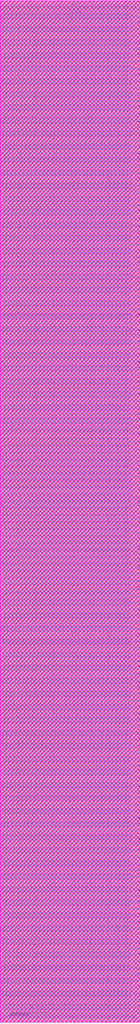
<source format=lef>
# Created by MC2 : Version 2013.12.00.f on 2025/06/18, 12:43:53

 
###############################################################################
#                                                    
#        Technology     : TSMC 16nm CMOS Logic FinFet (FFC) HKMG
#        Memory Type    : TSMC 16nm FFC Two Port Register File with d130 bit cell
#        Library Name   : ts6n16ffcllsvta32x32m4fw (user specify : ts6n16ffcllsvta32x32m4fw)
#        Library Version: 170a
#        Generated Time : 2025/06/18, 12:42:56
###############################################################################
# STATEMENT OF USE                                                             
#                                                                              
#  This information contains confidential and proprietary information of TSMC. 
# No part of this information may be reproduced, transmitted, transcribed,     
# stored in a retrieval system, or translated into any human or computer       
# language, in any form or by any means, electronic, mechanical, magnetic,     
# optical, chemical, manual, or otherwise, without the prior written permission
# of TSMC. This information was prepared for informational purpose and is for  
# use by TSMC's customers only. TSMC reserves the right to make changes in the 
# inforrmation at any time and without notice.                                 
###############################################################################
VERSION 5.7 ;
BUSBITCHARS "[]" ;
DIVIDERCHAR "/" ;
#                                                                              

MACRO TS6N16FFCLLSVTA32X32M4FW
	CLASS BLOCK ;
	FOREIGN TS6N16FFCLLSVTA32X32M4FW 0.0 0.0 ;
	ORIGIN 0.0 0.0 ;
	SIZE 15.517 BY 112.800 ;
	SYMMETRY X Y ;
	PIN AA[0]
		DIRECTION INPUT ;
		USE SIGNAL ;
		PORT
			LAYER M1 ;
			RECT 15.269 52.142 15.517 52.222 ;
			LAYER M2 ;
			RECT 15.269 52.142 15.517 52.222 ;
			LAYER M3 ;
			RECT 15.269 52.142 15.517 52.222 ;
		END
		ANTENNAGATEAREA 0.0042 LAYER M1 ;
		ANTENNADIFFAREA 0.0081 LAYER M1 ;
		ANTENNAPARTIALMETALAREA 0.0972 LAYER M1 ;
		ANTENNAMAXAREACAR 10.2538 LAYER M1 ;
		ANTENNAPARTIALCUTAREA 0.0041 LAYER VIA1 ;
		ANTENNAMAXAREACAR 0.2415 LAYER VIA1 ;
		ANTENNAGATEAREA 0.0042 LAYER M2 ;
		ANTENNADIFFAREA 0.0081 LAYER M2 ;
		ANTENNAPARTIALMETALAREA 0.1117 LAYER M2 ;
		ANTENNAMAXAREACAR 20.3208 LAYER M2 ;
		ANTENNAPARTIALCUTAREA 0.0041 LAYER VIA2 ;
		ANTENNAMAXAREACAR 0.4830 LAYER VIA2 ;
		ANTENNAGATEAREA 0.0042 LAYER M3 ;
		ANTENNADIFFAREA 0.0081 LAYER M3 ;
		ANTENNAPARTIALMETALAREA 0.5480 LAYER M3 ;
		ANTENNAMAXAREACAR 135.4520 LAYER M3 ;
	END AA[0]

	PIN AA[1]
		DIRECTION INPUT ;
		USE SIGNAL ;
		PORT
			LAYER M1 ;
			RECT 15.269 52.370 15.517 52.450 ;
			LAYER M2 ;
			RECT 15.269 52.370 15.517 52.450 ;
			LAYER M3 ;
			RECT 15.269 52.370 15.517 52.450 ;
		END
		ANTENNAGATEAREA 0.0042 LAYER M1 ;
		ANTENNADIFFAREA 0.0081 LAYER M1 ;
		ANTENNAPARTIALMETALAREA 0.0972 LAYER M1 ;
		ANTENNAMAXAREACAR 10.2538 LAYER M1 ;
		ANTENNAPARTIALCUTAREA 0.0041 LAYER VIA1 ;
		ANTENNAMAXAREACAR 0.2415 LAYER VIA1 ;
		ANTENNAGATEAREA 0.0042 LAYER M2 ;
		ANTENNADIFFAREA 0.0081 LAYER M2 ;
		ANTENNAPARTIALMETALAREA 0.1117 LAYER M2 ;
		ANTENNAMAXAREACAR 20.3208 LAYER M2 ;
		ANTENNAPARTIALCUTAREA 0.0041 LAYER VIA2 ;
		ANTENNAMAXAREACAR 0.4830 LAYER VIA2 ;
		ANTENNAGATEAREA 0.0042 LAYER M3 ;
		ANTENNADIFFAREA 0.0081 LAYER M3 ;
		ANTENNAPARTIALMETALAREA 0.5480 LAYER M3 ;
		ANTENNAMAXAREACAR 135.4520 LAYER M3 ;
	END AA[1]

	PIN AA[2]
		DIRECTION INPUT ;
		USE SIGNAL ;
		PORT
			LAYER M1 ;
			RECT 15.269 55.334 15.517 55.414 ;
			LAYER M2 ;
			RECT 15.269 55.334 15.517 55.414 ;
			LAYER M3 ;
			RECT 15.269 55.334 15.517 55.414 ;
		END
		ANTENNAGATEAREA 0.0042 LAYER M1 ;
		ANTENNADIFFAREA 0.0081 LAYER M1 ;
		ANTENNAPARTIALMETALAREA 0.0972 LAYER M1 ;
		ANTENNAMAXAREACAR 10.2538 LAYER M1 ;
		ANTENNAPARTIALCUTAREA 0.0041 LAYER VIA1 ;
		ANTENNAMAXAREACAR 0.2415 LAYER VIA1 ;
		ANTENNAGATEAREA 0.0042 LAYER M2 ;
		ANTENNADIFFAREA 0.0081 LAYER M2 ;
		ANTENNAPARTIALMETALAREA 0.1117 LAYER M2 ;
		ANTENNAMAXAREACAR 20.3208 LAYER M2 ;
		ANTENNAPARTIALCUTAREA 0.0041 LAYER VIA2 ;
		ANTENNAMAXAREACAR 0.4830 LAYER VIA2 ;
		ANTENNAGATEAREA 0.0042 LAYER M3 ;
		ANTENNADIFFAREA 0.0081 LAYER M3 ;
		ANTENNAPARTIALMETALAREA 0.5480 LAYER M3 ;
		ANTENNAMAXAREACAR 135.4520 LAYER M3 ;
	END AA[2]

	PIN AA[3]
		DIRECTION INPUT ;
		USE SIGNAL ;
		PORT
			LAYER M1 ;
			RECT 15.269 53.738 15.517 53.818 ;
			LAYER M2 ;
			RECT 15.269 53.738 15.517 53.818 ;
			LAYER M3 ;
			RECT 15.269 53.738 15.517 53.818 ;
		END
		ANTENNAGATEAREA 0.0042 LAYER M1 ;
		ANTENNADIFFAREA 0.0081 LAYER M1 ;
		ANTENNAPARTIALMETALAREA 0.0972 LAYER M1 ;
		ANTENNAMAXAREACAR 10.2538 LAYER M1 ;
		ANTENNAPARTIALCUTAREA 0.0041 LAYER VIA1 ;
		ANTENNAMAXAREACAR 0.2415 LAYER VIA1 ;
		ANTENNAGATEAREA 0.0042 LAYER M2 ;
		ANTENNADIFFAREA 0.0081 LAYER M2 ;
		ANTENNAPARTIALMETALAREA 0.1117 LAYER M2 ;
		ANTENNAMAXAREACAR 20.3208 LAYER M2 ;
		ANTENNAPARTIALCUTAREA 0.0041 LAYER VIA2 ;
		ANTENNAMAXAREACAR 0.4830 LAYER VIA2 ;
		ANTENNAGATEAREA 0.0042 LAYER M3 ;
		ANTENNADIFFAREA 0.0081 LAYER M3 ;
		ANTENNAPARTIALMETALAREA 0.5480 LAYER M3 ;
		ANTENNAMAXAREACAR 135.4520 LAYER M3 ;
	END AA[3]

	PIN AA[4]
		DIRECTION INPUT ;
		USE SIGNAL ;
		PORT
			LAYER M1 ;
			RECT 15.269 55.106 15.517 55.186 ;
			LAYER M2 ;
			RECT 15.269 55.106 15.517 55.186 ;
			LAYER M3 ;
			RECT 15.269 55.106 15.517 55.186 ;
		END
		ANTENNAGATEAREA 0.0042 LAYER M1 ;
		ANTENNADIFFAREA 0.0081 LAYER M1 ;
		ANTENNAPARTIALMETALAREA 0.0972 LAYER M1 ;
		ANTENNAMAXAREACAR 10.2538 LAYER M1 ;
		ANTENNAPARTIALCUTAREA 0.0041 LAYER VIA1 ;
		ANTENNAMAXAREACAR 0.2415 LAYER VIA1 ;
		ANTENNAGATEAREA 0.0042 LAYER M2 ;
		ANTENNADIFFAREA 0.0081 LAYER M2 ;
		ANTENNAPARTIALMETALAREA 0.1117 LAYER M2 ;
		ANTENNAMAXAREACAR 20.3208 LAYER M2 ;
		ANTENNAPARTIALCUTAREA 0.0041 LAYER VIA2 ;
		ANTENNAMAXAREACAR 0.4830 LAYER VIA2 ;
		ANTENNAGATEAREA 0.0042 LAYER M3 ;
		ANTENNADIFFAREA 0.0081 LAYER M3 ;
		ANTENNAPARTIALMETALAREA 0.5480 LAYER M3 ;
		ANTENNAMAXAREACAR 135.4520 LAYER M3 ;
	END AA[4]

	PIN AB[0]
		DIRECTION INPUT ;
		USE SIGNAL ;
		PORT
			LAYER M1 ;
			RECT 15.269 60.578 15.517 60.658 ;
			LAYER M2 ;
			RECT 15.269 60.578 15.517 60.658 ;
			LAYER M3 ;
			RECT 15.269 60.578 15.517 60.658 ;
		END
		ANTENNAGATEAREA 0.0042 LAYER M1 ;
		ANTENNADIFFAREA 0.0081 LAYER M1 ;
		ANTENNAPARTIALMETALAREA 0.0970 LAYER M1 ;
		ANTENNAMAXAREACAR 10.2024 LAYER M1 ;
		ANTENNAPARTIALCUTAREA 0.0041 LAYER VIA1 ;
		ANTENNAMAXAREACAR 0.2415 LAYER VIA1 ;
		ANTENNAGATEAREA 0.0042 LAYER M2 ;
		ANTENNADIFFAREA 0.0081 LAYER M2 ;
		ANTENNAPARTIALMETALAREA 0.1117 LAYER M2 ;
		ANTENNAMAXAREACAR 20.3208 LAYER M2 ;
		ANTENNAPARTIALCUTAREA 0.0041 LAYER VIA2 ;
		ANTENNAMAXAREACAR 0.4830 LAYER VIA2 ;
		ANTENNAGATEAREA 0.0042 LAYER M3 ;
		ANTENNADIFFAREA 0.0081 LAYER M3 ;
		ANTENNAPARTIALMETALAREA 0.5480 LAYER M3 ;
		ANTENNAMAXAREACAR 135.4520 LAYER M3 ;
	END AB[0]

	PIN AB[1]
		DIRECTION INPUT ;
		USE SIGNAL ;
		PORT
			LAYER M1 ;
			RECT 15.269 60.350 15.517 60.430 ;
			LAYER M2 ;
			RECT 15.269 60.350 15.517 60.430 ;
			LAYER M3 ;
			RECT 15.269 60.350 15.517 60.430 ;
		END
		ANTENNAGATEAREA 0.0042 LAYER M1 ;
		ANTENNADIFFAREA 0.0081 LAYER M1 ;
		ANTENNAPARTIALMETALAREA 0.0970 LAYER M1 ;
		ANTENNAMAXAREACAR 10.2024 LAYER M1 ;
		ANTENNAPARTIALCUTAREA 0.0041 LAYER VIA1 ;
		ANTENNAMAXAREACAR 0.2415 LAYER VIA1 ;
		ANTENNAGATEAREA 0.0042 LAYER M2 ;
		ANTENNADIFFAREA 0.0081 LAYER M2 ;
		ANTENNAPARTIALMETALAREA 0.1117 LAYER M2 ;
		ANTENNAMAXAREACAR 20.3208 LAYER M2 ;
		ANTENNAPARTIALCUTAREA 0.0041 LAYER VIA2 ;
		ANTENNAMAXAREACAR 0.4830 LAYER VIA2 ;
		ANTENNAGATEAREA 0.0042 LAYER M3 ;
		ANTENNADIFFAREA 0.0081 LAYER M3 ;
		ANTENNAPARTIALMETALAREA 0.5480 LAYER M3 ;
		ANTENNAMAXAREACAR 135.4520 LAYER M3 ;
	END AB[1]

	PIN AB[2]
		DIRECTION INPUT ;
		USE SIGNAL ;
		PORT
			LAYER M1 ;
			RECT 15.269 57.386 15.517 57.466 ;
			LAYER M2 ;
			RECT 15.269 57.386 15.517 57.466 ;
			LAYER M3 ;
			RECT 15.269 57.386 15.517 57.466 ;
		END
		ANTENNAGATEAREA 0.0042 LAYER M1 ;
		ANTENNADIFFAREA 0.0081 LAYER M1 ;
		ANTENNAPARTIALMETALAREA 0.0970 LAYER M1 ;
		ANTENNAMAXAREACAR 10.2024 LAYER M1 ;
		ANTENNAPARTIALCUTAREA 0.0041 LAYER VIA1 ;
		ANTENNAMAXAREACAR 0.2415 LAYER VIA1 ;
		ANTENNAGATEAREA 0.0042 LAYER M2 ;
		ANTENNADIFFAREA 0.0081 LAYER M2 ;
		ANTENNAPARTIALMETALAREA 0.1117 LAYER M2 ;
		ANTENNAMAXAREACAR 20.3208 LAYER M2 ;
		ANTENNAPARTIALCUTAREA 0.0041 LAYER VIA2 ;
		ANTENNAMAXAREACAR 0.4830 LAYER VIA2 ;
		ANTENNAGATEAREA 0.0042 LAYER M3 ;
		ANTENNADIFFAREA 0.0081 LAYER M3 ;
		ANTENNAPARTIALMETALAREA 0.5480 LAYER M3 ;
		ANTENNAMAXAREACAR 135.4520 LAYER M3 ;
	END AB[2]

	PIN AB[3]
		DIRECTION INPUT ;
		USE SIGNAL ;
		PORT
			LAYER M1 ;
			RECT 15.269 58.982 15.517 59.062 ;
			LAYER M2 ;
			RECT 15.269 58.982 15.517 59.062 ;
			LAYER M3 ;
			RECT 15.269 58.982 15.517 59.062 ;
		END
		ANTENNAGATEAREA 0.0042 LAYER M1 ;
		ANTENNADIFFAREA 0.0081 LAYER M1 ;
		ANTENNAPARTIALMETALAREA 0.0970 LAYER M1 ;
		ANTENNAMAXAREACAR 10.2024 LAYER M1 ;
		ANTENNAPARTIALCUTAREA 0.0041 LAYER VIA1 ;
		ANTENNAMAXAREACAR 0.2415 LAYER VIA1 ;
		ANTENNAGATEAREA 0.0042 LAYER M2 ;
		ANTENNADIFFAREA 0.0081 LAYER M2 ;
		ANTENNAPARTIALMETALAREA 0.1117 LAYER M2 ;
		ANTENNAMAXAREACAR 20.3208 LAYER M2 ;
		ANTENNAPARTIALCUTAREA 0.0041 LAYER VIA2 ;
		ANTENNAMAXAREACAR 0.4830 LAYER VIA2 ;
		ANTENNAGATEAREA 0.0042 LAYER M3 ;
		ANTENNADIFFAREA 0.0081 LAYER M3 ;
		ANTENNAPARTIALMETALAREA 0.5480 LAYER M3 ;
		ANTENNAMAXAREACAR 135.4520 LAYER M3 ;
	END AB[3]

	PIN AB[4]
		DIRECTION INPUT ;
		USE SIGNAL ;
		PORT
			LAYER M1 ;
			RECT 15.269 57.614 15.517 57.694 ;
			LAYER M2 ;
			RECT 15.269 57.614 15.517 57.694 ;
			LAYER M3 ;
			RECT 15.269 57.614 15.517 57.694 ;
		END
		ANTENNAGATEAREA 0.0042 LAYER M1 ;
		ANTENNADIFFAREA 0.0081 LAYER M1 ;
		ANTENNAPARTIALMETALAREA 0.0970 LAYER M1 ;
		ANTENNAMAXAREACAR 10.2024 LAYER M1 ;
		ANTENNAPARTIALCUTAREA 0.0041 LAYER VIA1 ;
		ANTENNAMAXAREACAR 0.2415 LAYER VIA1 ;
		ANTENNAGATEAREA 0.0042 LAYER M2 ;
		ANTENNADIFFAREA 0.0081 LAYER M2 ;
		ANTENNAPARTIALMETALAREA 0.1117 LAYER M2 ;
		ANTENNAMAXAREACAR 20.3208 LAYER M2 ;
		ANTENNAPARTIALCUTAREA 0.0041 LAYER VIA2 ;
		ANTENNAMAXAREACAR 0.4830 LAYER VIA2 ;
		ANTENNAGATEAREA 0.0042 LAYER M3 ;
		ANTENNADIFFAREA 0.0081 LAYER M3 ;
		ANTENNAPARTIALMETALAREA 0.5480 LAYER M3 ;
		ANTENNAMAXAREACAR 135.4520 LAYER M3 ;
	END AB[4]

	PIN BWEB[0]
		DIRECTION INPUT ;
		USE SIGNAL ;
		PORT
			LAYER M1 ;
			RECT 15.269 1.799 15.517 1.879 ;
			LAYER M2 ;
			RECT 15.269 1.799 15.517 1.879 ;
			LAYER M3 ;
			RECT 15.269 1.799 15.517 1.879 ;
		END
		ANTENNAGATEAREA 0.0023 LAYER M1 ;
		ANTENNADIFFAREA 0.0081 LAYER M1 ;
		ANTENNAPARTIALMETALAREA 0.1465 LAYER M1 ;
		ANTENNAMAXAREACAR 7.6238 LAYER M1 ;
		ANTENNAPARTIALCUTAREA 0.0041 LAYER VIA1 ;
		ANTENNAMAXAREACAR 0.4414 LAYER VIA1 ;
		ANTENNAGATEAREA 0.0023 LAYER M2 ;
		ANTENNADIFFAREA 0.0081 LAYER M2 ;
		ANTENNAPARTIALMETALAREA 0.2682 LAYER M2 ;
		ANTENNAMAXAREACAR 48.3629 LAYER M2 ;
		ANTENNAPARTIALCUTAREA 0.0051 LAYER VIA2 ;
		ANTENNAMAXAREACAR 0.8828 LAYER VIA2 ;
		ANTENNAGATEAREA 0.0023 LAYER M3 ;
		ANTENNADIFFAREA 0.0081 LAYER M3 ;
		ANTENNAPARTIALMETALAREA 0.3386 LAYER M3 ;
		ANTENNAMAXAREACAR 161.1170 LAYER M3 ;
	END BWEB[0]

	PIN BWEB[1]
		DIRECTION INPUT ;
		USE SIGNAL ;
		PORT
			LAYER M1 ;
			RECT 15.269 4.679 15.517 4.759 ;
			LAYER M2 ;
			RECT 15.269 4.679 15.517 4.759 ;
			LAYER M3 ;
			RECT 15.269 4.679 15.517 4.759 ;
		END
		ANTENNAGATEAREA 0.0023 LAYER M1 ;
		ANTENNADIFFAREA 0.0081 LAYER M1 ;
		ANTENNAPARTIALMETALAREA 0.1465 LAYER M1 ;
		ANTENNAMAXAREACAR 7.6238 LAYER M1 ;
		ANTENNAPARTIALCUTAREA 0.0041 LAYER VIA1 ;
		ANTENNAMAXAREACAR 0.4414 LAYER VIA1 ;
		ANTENNAGATEAREA 0.0023 LAYER M2 ;
		ANTENNADIFFAREA 0.0081 LAYER M2 ;
		ANTENNAPARTIALMETALAREA 0.2682 LAYER M2 ;
		ANTENNAMAXAREACAR 48.3629 LAYER M2 ;
		ANTENNAPARTIALCUTAREA 0.0051 LAYER VIA2 ;
		ANTENNAMAXAREACAR 0.8828 LAYER VIA2 ;
		ANTENNAGATEAREA 0.0023 LAYER M3 ;
		ANTENNADIFFAREA 0.0081 LAYER M3 ;
		ANTENNAPARTIALMETALAREA 0.3386 LAYER M3 ;
		ANTENNAMAXAREACAR 161.1170 LAYER M3 ;
	END BWEB[1]

	PIN BWEB[2]
		DIRECTION INPUT ;
		USE SIGNAL ;
		PORT
			LAYER M1 ;
			RECT 15.269 7.559 15.517 7.639 ;
			LAYER M2 ;
			RECT 15.269 7.559 15.517 7.639 ;
			LAYER M3 ;
			RECT 15.269 7.559 15.517 7.639 ;
		END
		ANTENNAGATEAREA 0.0023 LAYER M1 ;
		ANTENNADIFFAREA 0.0081 LAYER M1 ;
		ANTENNAPARTIALMETALAREA 0.1465 LAYER M1 ;
		ANTENNAMAXAREACAR 7.6238 LAYER M1 ;
		ANTENNAPARTIALCUTAREA 0.0041 LAYER VIA1 ;
		ANTENNAMAXAREACAR 0.4414 LAYER VIA1 ;
		ANTENNAGATEAREA 0.0023 LAYER M2 ;
		ANTENNADIFFAREA 0.0081 LAYER M2 ;
		ANTENNAPARTIALMETALAREA 0.2682 LAYER M2 ;
		ANTENNAMAXAREACAR 48.3629 LAYER M2 ;
		ANTENNAPARTIALCUTAREA 0.0051 LAYER VIA2 ;
		ANTENNAMAXAREACAR 0.8828 LAYER VIA2 ;
		ANTENNAGATEAREA 0.0023 LAYER M3 ;
		ANTENNADIFFAREA 0.0081 LAYER M3 ;
		ANTENNAPARTIALMETALAREA 0.3386 LAYER M3 ;
		ANTENNAMAXAREACAR 161.1170 LAYER M3 ;
	END BWEB[2]

	PIN BWEB[3]
		DIRECTION INPUT ;
		USE SIGNAL ;
		PORT
			LAYER M1 ;
			RECT 15.269 10.439 15.517 10.519 ;
			LAYER M2 ;
			RECT 15.269 10.439 15.517 10.519 ;
			LAYER M3 ;
			RECT 15.269 10.439 15.517 10.519 ;
		END
		ANTENNAGATEAREA 0.0023 LAYER M1 ;
		ANTENNADIFFAREA 0.0081 LAYER M1 ;
		ANTENNAPARTIALMETALAREA 0.1465 LAYER M1 ;
		ANTENNAMAXAREACAR 7.6238 LAYER M1 ;
		ANTENNAPARTIALCUTAREA 0.0041 LAYER VIA1 ;
		ANTENNAMAXAREACAR 0.4414 LAYER VIA1 ;
		ANTENNAGATEAREA 0.0023 LAYER M2 ;
		ANTENNADIFFAREA 0.0081 LAYER M2 ;
		ANTENNAPARTIALMETALAREA 0.2682 LAYER M2 ;
		ANTENNAMAXAREACAR 48.3629 LAYER M2 ;
		ANTENNAPARTIALCUTAREA 0.0051 LAYER VIA2 ;
		ANTENNAMAXAREACAR 0.8828 LAYER VIA2 ;
		ANTENNAGATEAREA 0.0023 LAYER M3 ;
		ANTENNADIFFAREA 0.0081 LAYER M3 ;
		ANTENNAPARTIALMETALAREA 0.3386 LAYER M3 ;
		ANTENNAMAXAREACAR 161.1170 LAYER M3 ;
	END BWEB[3]

	PIN BWEB[4]
		DIRECTION INPUT ;
		USE SIGNAL ;
		PORT
			LAYER M1 ;
			RECT 15.269 13.319 15.517 13.399 ;
			LAYER M2 ;
			RECT 15.269 13.319 15.517 13.399 ;
			LAYER M3 ;
			RECT 15.269 13.319 15.517 13.399 ;
		END
		ANTENNAGATEAREA 0.0023 LAYER M1 ;
		ANTENNADIFFAREA 0.0081 LAYER M1 ;
		ANTENNAPARTIALMETALAREA 0.1465 LAYER M1 ;
		ANTENNAMAXAREACAR 7.6238 LAYER M1 ;
		ANTENNAPARTIALCUTAREA 0.0041 LAYER VIA1 ;
		ANTENNAMAXAREACAR 0.4414 LAYER VIA1 ;
		ANTENNAGATEAREA 0.0023 LAYER M2 ;
		ANTENNADIFFAREA 0.0081 LAYER M2 ;
		ANTENNAPARTIALMETALAREA 0.2682 LAYER M2 ;
		ANTENNAMAXAREACAR 48.3629 LAYER M2 ;
		ANTENNAPARTIALCUTAREA 0.0051 LAYER VIA2 ;
		ANTENNAMAXAREACAR 0.8828 LAYER VIA2 ;
		ANTENNAGATEAREA 0.0023 LAYER M3 ;
		ANTENNADIFFAREA 0.0081 LAYER M3 ;
		ANTENNAPARTIALMETALAREA 0.3386 LAYER M3 ;
		ANTENNAMAXAREACAR 161.1170 LAYER M3 ;
	END BWEB[4]

	PIN BWEB[5]
		DIRECTION INPUT ;
		USE SIGNAL ;
		PORT
			LAYER M1 ;
			RECT 15.269 16.199 15.517 16.279 ;
			LAYER M2 ;
			RECT 15.269 16.199 15.517 16.279 ;
			LAYER M3 ;
			RECT 15.269 16.199 15.517 16.279 ;
		END
		ANTENNAGATEAREA 0.0023 LAYER M1 ;
		ANTENNADIFFAREA 0.0081 LAYER M1 ;
		ANTENNAPARTIALMETALAREA 0.1465 LAYER M1 ;
		ANTENNAMAXAREACAR 7.6238 LAYER M1 ;
		ANTENNAPARTIALCUTAREA 0.0041 LAYER VIA1 ;
		ANTENNAMAXAREACAR 0.4414 LAYER VIA1 ;
		ANTENNAGATEAREA 0.0023 LAYER M2 ;
		ANTENNADIFFAREA 0.0081 LAYER M2 ;
		ANTENNAPARTIALMETALAREA 0.2682 LAYER M2 ;
		ANTENNAMAXAREACAR 48.3629 LAYER M2 ;
		ANTENNAPARTIALCUTAREA 0.0051 LAYER VIA2 ;
		ANTENNAMAXAREACAR 0.8828 LAYER VIA2 ;
		ANTENNAGATEAREA 0.0023 LAYER M3 ;
		ANTENNADIFFAREA 0.0081 LAYER M3 ;
		ANTENNAPARTIALMETALAREA 0.3386 LAYER M3 ;
		ANTENNAMAXAREACAR 161.1170 LAYER M3 ;
	END BWEB[5]

	PIN BWEB[6]
		DIRECTION INPUT ;
		USE SIGNAL ;
		PORT
			LAYER M1 ;
			RECT 15.269 19.079 15.517 19.159 ;
			LAYER M2 ;
			RECT 15.269 19.079 15.517 19.159 ;
			LAYER M3 ;
			RECT 15.269 19.079 15.517 19.159 ;
		END
		ANTENNAGATEAREA 0.0023 LAYER M1 ;
		ANTENNADIFFAREA 0.0081 LAYER M1 ;
		ANTENNAPARTIALMETALAREA 0.1465 LAYER M1 ;
		ANTENNAMAXAREACAR 7.6238 LAYER M1 ;
		ANTENNAPARTIALCUTAREA 0.0041 LAYER VIA1 ;
		ANTENNAMAXAREACAR 0.4414 LAYER VIA1 ;
		ANTENNAGATEAREA 0.0023 LAYER M2 ;
		ANTENNADIFFAREA 0.0081 LAYER M2 ;
		ANTENNAPARTIALMETALAREA 0.2682 LAYER M2 ;
		ANTENNAMAXAREACAR 48.3629 LAYER M2 ;
		ANTENNAPARTIALCUTAREA 0.0051 LAYER VIA2 ;
		ANTENNAMAXAREACAR 0.8828 LAYER VIA2 ;
		ANTENNAGATEAREA 0.0023 LAYER M3 ;
		ANTENNADIFFAREA 0.0081 LAYER M3 ;
		ANTENNAPARTIALMETALAREA 0.3386 LAYER M3 ;
		ANTENNAMAXAREACAR 161.1170 LAYER M3 ;
	END BWEB[6]

	PIN BWEB[7]
		DIRECTION INPUT ;
		USE SIGNAL ;
		PORT
			LAYER M1 ;
			RECT 15.269 21.959 15.517 22.039 ;
			LAYER M2 ;
			RECT 15.269 21.959 15.517 22.039 ;
			LAYER M3 ;
			RECT 15.269 21.959 15.517 22.039 ;
		END
		ANTENNAGATEAREA 0.0023 LAYER M1 ;
		ANTENNADIFFAREA 0.0081 LAYER M1 ;
		ANTENNAPARTIALMETALAREA 0.1465 LAYER M1 ;
		ANTENNAMAXAREACAR 7.6238 LAYER M1 ;
		ANTENNAPARTIALCUTAREA 0.0041 LAYER VIA1 ;
		ANTENNAMAXAREACAR 0.4414 LAYER VIA1 ;
		ANTENNAGATEAREA 0.0023 LAYER M2 ;
		ANTENNADIFFAREA 0.0081 LAYER M2 ;
		ANTENNAPARTIALMETALAREA 0.2682 LAYER M2 ;
		ANTENNAMAXAREACAR 48.3629 LAYER M2 ;
		ANTENNAPARTIALCUTAREA 0.0051 LAYER VIA2 ;
		ANTENNAMAXAREACAR 0.8828 LAYER VIA2 ;
		ANTENNAGATEAREA 0.0023 LAYER M3 ;
		ANTENNADIFFAREA 0.0081 LAYER M3 ;
		ANTENNAPARTIALMETALAREA 0.3386 LAYER M3 ;
		ANTENNAMAXAREACAR 161.1170 LAYER M3 ;
	END BWEB[7]

	PIN BWEB[8]
		DIRECTION INPUT ;
		USE SIGNAL ;
		PORT
			LAYER M1 ;
			RECT 15.269 24.839 15.517 24.919 ;
			LAYER M2 ;
			RECT 15.269 24.839 15.517 24.919 ;
			LAYER M3 ;
			RECT 15.269 24.839 15.517 24.919 ;
		END
		ANTENNAGATEAREA 0.0023 LAYER M1 ;
		ANTENNADIFFAREA 0.0081 LAYER M1 ;
		ANTENNAPARTIALMETALAREA 0.1465 LAYER M1 ;
		ANTENNAMAXAREACAR 7.6238 LAYER M1 ;
		ANTENNAPARTIALCUTAREA 0.0041 LAYER VIA1 ;
		ANTENNAMAXAREACAR 0.4414 LAYER VIA1 ;
		ANTENNAGATEAREA 0.0023 LAYER M2 ;
		ANTENNADIFFAREA 0.0081 LAYER M2 ;
		ANTENNAPARTIALMETALAREA 0.2682 LAYER M2 ;
		ANTENNAMAXAREACAR 48.3629 LAYER M2 ;
		ANTENNAPARTIALCUTAREA 0.0051 LAYER VIA2 ;
		ANTENNAMAXAREACAR 0.8828 LAYER VIA2 ;
		ANTENNAGATEAREA 0.0023 LAYER M3 ;
		ANTENNADIFFAREA 0.0081 LAYER M3 ;
		ANTENNAPARTIALMETALAREA 0.3386 LAYER M3 ;
		ANTENNAMAXAREACAR 161.1170 LAYER M3 ;
	END BWEB[8]

	PIN BWEB[9]
		DIRECTION INPUT ;
		USE SIGNAL ;
		PORT
			LAYER M1 ;
			RECT 15.269 27.719 15.517 27.799 ;
			LAYER M2 ;
			RECT 15.269 27.719 15.517 27.799 ;
			LAYER M3 ;
			RECT 15.269 27.719 15.517 27.799 ;
		END
		ANTENNAGATEAREA 0.0023 LAYER M1 ;
		ANTENNADIFFAREA 0.0081 LAYER M1 ;
		ANTENNAPARTIALMETALAREA 0.1465 LAYER M1 ;
		ANTENNAMAXAREACAR 7.6238 LAYER M1 ;
		ANTENNAPARTIALCUTAREA 0.0041 LAYER VIA1 ;
		ANTENNAMAXAREACAR 0.4414 LAYER VIA1 ;
		ANTENNAGATEAREA 0.0023 LAYER M2 ;
		ANTENNADIFFAREA 0.0081 LAYER M2 ;
		ANTENNAPARTIALMETALAREA 0.2682 LAYER M2 ;
		ANTENNAMAXAREACAR 48.3629 LAYER M2 ;
		ANTENNAPARTIALCUTAREA 0.0051 LAYER VIA2 ;
		ANTENNAMAXAREACAR 0.8828 LAYER VIA2 ;
		ANTENNAGATEAREA 0.0023 LAYER M3 ;
		ANTENNADIFFAREA 0.0081 LAYER M3 ;
		ANTENNAPARTIALMETALAREA 0.3386 LAYER M3 ;
		ANTENNAMAXAREACAR 161.1170 LAYER M3 ;
	END BWEB[9]

	PIN BWEB[10]
		DIRECTION INPUT ;
		USE SIGNAL ;
		PORT
			LAYER M1 ;
			RECT 15.269 30.599 15.517 30.679 ;
			LAYER M2 ;
			RECT 15.269 30.599 15.517 30.679 ;
			LAYER M3 ;
			RECT 15.269 30.599 15.517 30.679 ;
		END
		ANTENNAGATEAREA 0.0023 LAYER M1 ;
		ANTENNADIFFAREA 0.0081 LAYER M1 ;
		ANTENNAPARTIALMETALAREA 0.1465 LAYER M1 ;
		ANTENNAMAXAREACAR 7.6238 LAYER M1 ;
		ANTENNAPARTIALCUTAREA 0.0041 LAYER VIA1 ;
		ANTENNAMAXAREACAR 0.4414 LAYER VIA1 ;
		ANTENNAGATEAREA 0.0023 LAYER M2 ;
		ANTENNADIFFAREA 0.0081 LAYER M2 ;
		ANTENNAPARTIALMETALAREA 0.2682 LAYER M2 ;
		ANTENNAMAXAREACAR 48.3629 LAYER M2 ;
		ANTENNAPARTIALCUTAREA 0.0051 LAYER VIA2 ;
		ANTENNAMAXAREACAR 0.8828 LAYER VIA2 ;
		ANTENNAGATEAREA 0.0023 LAYER M3 ;
		ANTENNADIFFAREA 0.0081 LAYER M3 ;
		ANTENNAPARTIALMETALAREA 0.3386 LAYER M3 ;
		ANTENNAMAXAREACAR 161.1170 LAYER M3 ;
	END BWEB[10]

	PIN BWEB[11]
		DIRECTION INPUT ;
		USE SIGNAL ;
		PORT
			LAYER M1 ;
			RECT 15.269 33.479 15.517 33.559 ;
			LAYER M2 ;
			RECT 15.269 33.479 15.517 33.559 ;
			LAYER M3 ;
			RECT 15.269 33.479 15.517 33.559 ;
		END
		ANTENNAGATEAREA 0.0023 LAYER M1 ;
		ANTENNADIFFAREA 0.0081 LAYER M1 ;
		ANTENNAPARTIALMETALAREA 0.1465 LAYER M1 ;
		ANTENNAMAXAREACAR 7.6238 LAYER M1 ;
		ANTENNAPARTIALCUTAREA 0.0041 LAYER VIA1 ;
		ANTENNAMAXAREACAR 0.4414 LAYER VIA1 ;
		ANTENNAGATEAREA 0.0023 LAYER M2 ;
		ANTENNADIFFAREA 0.0081 LAYER M2 ;
		ANTENNAPARTIALMETALAREA 0.2682 LAYER M2 ;
		ANTENNAMAXAREACAR 48.3629 LAYER M2 ;
		ANTENNAPARTIALCUTAREA 0.0051 LAYER VIA2 ;
		ANTENNAMAXAREACAR 0.8828 LAYER VIA2 ;
		ANTENNAGATEAREA 0.0023 LAYER M3 ;
		ANTENNADIFFAREA 0.0081 LAYER M3 ;
		ANTENNAPARTIALMETALAREA 0.3386 LAYER M3 ;
		ANTENNAMAXAREACAR 161.1170 LAYER M3 ;
	END BWEB[11]

	PIN BWEB[12]
		DIRECTION INPUT ;
		USE SIGNAL ;
		PORT
			LAYER M1 ;
			RECT 15.269 36.359 15.517 36.439 ;
			LAYER M2 ;
			RECT 15.269 36.359 15.517 36.439 ;
			LAYER M3 ;
			RECT 15.269 36.359 15.517 36.439 ;
		END
		ANTENNAGATEAREA 0.0023 LAYER M1 ;
		ANTENNADIFFAREA 0.0081 LAYER M1 ;
		ANTENNAPARTIALMETALAREA 0.1465 LAYER M1 ;
		ANTENNAMAXAREACAR 7.6238 LAYER M1 ;
		ANTENNAPARTIALCUTAREA 0.0041 LAYER VIA1 ;
		ANTENNAMAXAREACAR 0.4414 LAYER VIA1 ;
		ANTENNAGATEAREA 0.0023 LAYER M2 ;
		ANTENNADIFFAREA 0.0081 LAYER M2 ;
		ANTENNAPARTIALMETALAREA 0.2682 LAYER M2 ;
		ANTENNAMAXAREACAR 48.3629 LAYER M2 ;
		ANTENNAPARTIALCUTAREA 0.0051 LAYER VIA2 ;
		ANTENNAMAXAREACAR 0.8828 LAYER VIA2 ;
		ANTENNAGATEAREA 0.0023 LAYER M3 ;
		ANTENNADIFFAREA 0.0081 LAYER M3 ;
		ANTENNAPARTIALMETALAREA 0.3386 LAYER M3 ;
		ANTENNAMAXAREACAR 161.1170 LAYER M3 ;
	END BWEB[12]

	PIN BWEB[13]
		DIRECTION INPUT ;
		USE SIGNAL ;
		PORT
			LAYER M1 ;
			RECT 15.269 39.239 15.517 39.319 ;
			LAYER M2 ;
			RECT 15.269 39.239 15.517 39.319 ;
			LAYER M3 ;
			RECT 15.269 39.239 15.517 39.319 ;
		END
		ANTENNAGATEAREA 0.0023 LAYER M1 ;
		ANTENNADIFFAREA 0.0081 LAYER M1 ;
		ANTENNAPARTIALMETALAREA 0.1465 LAYER M1 ;
		ANTENNAMAXAREACAR 7.6238 LAYER M1 ;
		ANTENNAPARTIALCUTAREA 0.0041 LAYER VIA1 ;
		ANTENNAMAXAREACAR 0.4414 LAYER VIA1 ;
		ANTENNAGATEAREA 0.0023 LAYER M2 ;
		ANTENNADIFFAREA 0.0081 LAYER M2 ;
		ANTENNAPARTIALMETALAREA 0.2682 LAYER M2 ;
		ANTENNAMAXAREACAR 48.3629 LAYER M2 ;
		ANTENNAPARTIALCUTAREA 0.0051 LAYER VIA2 ;
		ANTENNAMAXAREACAR 0.8828 LAYER VIA2 ;
		ANTENNAGATEAREA 0.0023 LAYER M3 ;
		ANTENNADIFFAREA 0.0081 LAYER M3 ;
		ANTENNAPARTIALMETALAREA 0.3386 LAYER M3 ;
		ANTENNAMAXAREACAR 161.1170 LAYER M3 ;
	END BWEB[13]

	PIN BWEB[14]
		DIRECTION INPUT ;
		USE SIGNAL ;
		PORT
			LAYER M1 ;
			RECT 15.269 42.119 15.517 42.199 ;
			LAYER M2 ;
			RECT 15.269 42.119 15.517 42.199 ;
			LAYER M3 ;
			RECT 15.269 42.119 15.517 42.199 ;
		END
		ANTENNAGATEAREA 0.0023 LAYER M1 ;
		ANTENNADIFFAREA 0.0081 LAYER M1 ;
		ANTENNAPARTIALMETALAREA 0.1465 LAYER M1 ;
		ANTENNAMAXAREACAR 7.6238 LAYER M1 ;
		ANTENNAPARTIALCUTAREA 0.0041 LAYER VIA1 ;
		ANTENNAMAXAREACAR 0.4414 LAYER VIA1 ;
		ANTENNAGATEAREA 0.0023 LAYER M2 ;
		ANTENNADIFFAREA 0.0081 LAYER M2 ;
		ANTENNAPARTIALMETALAREA 0.2682 LAYER M2 ;
		ANTENNAMAXAREACAR 48.3629 LAYER M2 ;
		ANTENNAPARTIALCUTAREA 0.0051 LAYER VIA2 ;
		ANTENNAMAXAREACAR 0.8828 LAYER VIA2 ;
		ANTENNAGATEAREA 0.0023 LAYER M3 ;
		ANTENNADIFFAREA 0.0081 LAYER M3 ;
		ANTENNAPARTIALMETALAREA 0.3386 LAYER M3 ;
		ANTENNAMAXAREACAR 161.1170 LAYER M3 ;
	END BWEB[14]

	PIN BWEB[15]
		DIRECTION INPUT ;
		USE SIGNAL ;
		PORT
			LAYER M1 ;
			RECT 15.269 44.999 15.517 45.079 ;
			LAYER M2 ;
			RECT 15.269 44.999 15.517 45.079 ;
			LAYER M3 ;
			RECT 15.269 44.999 15.517 45.079 ;
		END
		ANTENNAGATEAREA 0.0023 LAYER M1 ;
		ANTENNADIFFAREA 0.0081 LAYER M1 ;
		ANTENNAPARTIALMETALAREA 0.1465 LAYER M1 ;
		ANTENNAMAXAREACAR 7.6238 LAYER M1 ;
		ANTENNAPARTIALCUTAREA 0.0041 LAYER VIA1 ;
		ANTENNAMAXAREACAR 0.4414 LAYER VIA1 ;
		ANTENNAGATEAREA 0.0023 LAYER M2 ;
		ANTENNADIFFAREA 0.0081 LAYER M2 ;
		ANTENNAPARTIALMETALAREA 0.2682 LAYER M2 ;
		ANTENNAMAXAREACAR 48.3629 LAYER M2 ;
		ANTENNAPARTIALCUTAREA 0.0051 LAYER VIA2 ;
		ANTENNAMAXAREACAR 0.8828 LAYER VIA2 ;
		ANTENNAGATEAREA 0.0023 LAYER M3 ;
		ANTENNADIFFAREA 0.0081 LAYER M3 ;
		ANTENNAPARTIALMETALAREA 0.3386 LAYER M3 ;
		ANTENNAMAXAREACAR 161.1170 LAYER M3 ;
	END BWEB[15]

	PIN BWEB[16]
		DIRECTION INPUT ;
		USE SIGNAL ;
		PORT
			LAYER M1 ;
			RECT 15.269 67.721 15.517 67.801 ;
			LAYER M2 ;
			RECT 15.269 67.721 15.517 67.801 ;
			LAYER M3 ;
			RECT 15.269 67.721 15.517 67.801 ;
		END
		ANTENNAGATEAREA 0.0023 LAYER M1 ;
		ANTENNADIFFAREA 0.0081 LAYER M1 ;
		ANTENNAPARTIALMETALAREA 0.1465 LAYER M1 ;
		ANTENNAMAXAREACAR 7.6238 LAYER M1 ;
		ANTENNAPARTIALCUTAREA 0.0041 LAYER VIA1 ;
		ANTENNAMAXAREACAR 0.4414 LAYER VIA1 ;
		ANTENNAGATEAREA 0.0023 LAYER M2 ;
		ANTENNADIFFAREA 0.0081 LAYER M2 ;
		ANTENNAPARTIALMETALAREA 0.2682 LAYER M2 ;
		ANTENNAMAXAREACAR 48.3629 LAYER M2 ;
		ANTENNAPARTIALCUTAREA 0.0051 LAYER VIA2 ;
		ANTENNAMAXAREACAR 0.8828 LAYER VIA2 ;
		ANTENNAGATEAREA 0.0023 LAYER M3 ;
		ANTENNADIFFAREA 0.0081 LAYER M3 ;
		ANTENNAPARTIALMETALAREA 0.3386 LAYER M3 ;
		ANTENNAMAXAREACAR 161.1170 LAYER M3 ;
	END BWEB[16]

	PIN BWEB[17]
		DIRECTION INPUT ;
		USE SIGNAL ;
		PORT
			LAYER M1 ;
			RECT 15.269 70.601 15.517 70.681 ;
			LAYER M2 ;
			RECT 15.269 70.601 15.517 70.681 ;
			LAYER M3 ;
			RECT 15.269 70.601 15.517 70.681 ;
		END
		ANTENNAGATEAREA 0.0023 LAYER M1 ;
		ANTENNADIFFAREA 0.0081 LAYER M1 ;
		ANTENNAPARTIALMETALAREA 0.1465 LAYER M1 ;
		ANTENNAMAXAREACAR 7.6238 LAYER M1 ;
		ANTENNAPARTIALCUTAREA 0.0041 LAYER VIA1 ;
		ANTENNAMAXAREACAR 0.4414 LAYER VIA1 ;
		ANTENNAGATEAREA 0.0023 LAYER M2 ;
		ANTENNADIFFAREA 0.0081 LAYER M2 ;
		ANTENNAPARTIALMETALAREA 0.2682 LAYER M2 ;
		ANTENNAMAXAREACAR 48.3629 LAYER M2 ;
		ANTENNAPARTIALCUTAREA 0.0051 LAYER VIA2 ;
		ANTENNAMAXAREACAR 0.8828 LAYER VIA2 ;
		ANTENNAGATEAREA 0.0023 LAYER M3 ;
		ANTENNADIFFAREA 0.0081 LAYER M3 ;
		ANTENNAPARTIALMETALAREA 0.3386 LAYER M3 ;
		ANTENNAMAXAREACAR 161.1170 LAYER M3 ;
	END BWEB[17]

	PIN BWEB[18]
		DIRECTION INPUT ;
		USE SIGNAL ;
		PORT
			LAYER M1 ;
			RECT 15.269 73.481 15.517 73.561 ;
			LAYER M2 ;
			RECT 15.269 73.481 15.517 73.561 ;
			LAYER M3 ;
			RECT 15.269 73.481 15.517 73.561 ;
		END
		ANTENNAGATEAREA 0.0023 LAYER M1 ;
		ANTENNADIFFAREA 0.0081 LAYER M1 ;
		ANTENNAPARTIALMETALAREA 0.1465 LAYER M1 ;
		ANTENNAMAXAREACAR 7.6238 LAYER M1 ;
		ANTENNAPARTIALCUTAREA 0.0041 LAYER VIA1 ;
		ANTENNAMAXAREACAR 0.4414 LAYER VIA1 ;
		ANTENNAGATEAREA 0.0023 LAYER M2 ;
		ANTENNADIFFAREA 0.0081 LAYER M2 ;
		ANTENNAPARTIALMETALAREA 0.2682 LAYER M2 ;
		ANTENNAMAXAREACAR 48.3629 LAYER M2 ;
		ANTENNAPARTIALCUTAREA 0.0051 LAYER VIA2 ;
		ANTENNAMAXAREACAR 0.8828 LAYER VIA2 ;
		ANTENNAGATEAREA 0.0023 LAYER M3 ;
		ANTENNADIFFAREA 0.0081 LAYER M3 ;
		ANTENNAPARTIALMETALAREA 0.3386 LAYER M3 ;
		ANTENNAMAXAREACAR 161.1170 LAYER M3 ;
	END BWEB[18]

	PIN BWEB[19]
		DIRECTION INPUT ;
		USE SIGNAL ;
		PORT
			LAYER M1 ;
			RECT 15.269 76.361 15.517 76.441 ;
			LAYER M2 ;
			RECT 15.269 76.361 15.517 76.441 ;
			LAYER M3 ;
			RECT 15.269 76.361 15.517 76.441 ;
		END
		ANTENNAGATEAREA 0.0023 LAYER M1 ;
		ANTENNADIFFAREA 0.0081 LAYER M1 ;
		ANTENNAPARTIALMETALAREA 0.1465 LAYER M1 ;
		ANTENNAMAXAREACAR 7.6238 LAYER M1 ;
		ANTENNAPARTIALCUTAREA 0.0041 LAYER VIA1 ;
		ANTENNAMAXAREACAR 0.4414 LAYER VIA1 ;
		ANTENNAGATEAREA 0.0023 LAYER M2 ;
		ANTENNADIFFAREA 0.0081 LAYER M2 ;
		ANTENNAPARTIALMETALAREA 0.2682 LAYER M2 ;
		ANTENNAMAXAREACAR 48.3629 LAYER M2 ;
		ANTENNAPARTIALCUTAREA 0.0051 LAYER VIA2 ;
		ANTENNAMAXAREACAR 0.8828 LAYER VIA2 ;
		ANTENNAGATEAREA 0.0023 LAYER M3 ;
		ANTENNADIFFAREA 0.0081 LAYER M3 ;
		ANTENNAPARTIALMETALAREA 0.3386 LAYER M3 ;
		ANTENNAMAXAREACAR 161.1170 LAYER M3 ;
	END BWEB[19]

	PIN BWEB[20]
		DIRECTION INPUT ;
		USE SIGNAL ;
		PORT
			LAYER M1 ;
			RECT 15.269 79.241 15.517 79.321 ;
			LAYER M2 ;
			RECT 15.269 79.241 15.517 79.321 ;
			LAYER M3 ;
			RECT 15.269 79.241 15.517 79.321 ;
		END
		ANTENNAGATEAREA 0.0023 LAYER M1 ;
		ANTENNADIFFAREA 0.0081 LAYER M1 ;
		ANTENNAPARTIALMETALAREA 0.1465 LAYER M1 ;
		ANTENNAMAXAREACAR 7.6238 LAYER M1 ;
		ANTENNAPARTIALCUTAREA 0.0041 LAYER VIA1 ;
		ANTENNAMAXAREACAR 0.4414 LAYER VIA1 ;
		ANTENNAGATEAREA 0.0023 LAYER M2 ;
		ANTENNADIFFAREA 0.0081 LAYER M2 ;
		ANTENNAPARTIALMETALAREA 0.2682 LAYER M2 ;
		ANTENNAMAXAREACAR 48.3629 LAYER M2 ;
		ANTENNAPARTIALCUTAREA 0.0051 LAYER VIA2 ;
		ANTENNAMAXAREACAR 0.8828 LAYER VIA2 ;
		ANTENNAGATEAREA 0.0023 LAYER M3 ;
		ANTENNADIFFAREA 0.0081 LAYER M3 ;
		ANTENNAPARTIALMETALAREA 0.3386 LAYER M3 ;
		ANTENNAMAXAREACAR 161.1170 LAYER M3 ;
	END BWEB[20]

	PIN BWEB[21]
		DIRECTION INPUT ;
		USE SIGNAL ;
		PORT
			LAYER M1 ;
			RECT 15.269 82.121 15.517 82.201 ;
			LAYER M2 ;
			RECT 15.269 82.121 15.517 82.201 ;
			LAYER M3 ;
			RECT 15.269 82.121 15.517 82.201 ;
		END
		ANTENNAGATEAREA 0.0023 LAYER M1 ;
		ANTENNADIFFAREA 0.0081 LAYER M1 ;
		ANTENNAPARTIALMETALAREA 0.1465 LAYER M1 ;
		ANTENNAMAXAREACAR 7.6238 LAYER M1 ;
		ANTENNAPARTIALCUTAREA 0.0041 LAYER VIA1 ;
		ANTENNAMAXAREACAR 0.4414 LAYER VIA1 ;
		ANTENNAGATEAREA 0.0023 LAYER M2 ;
		ANTENNADIFFAREA 0.0081 LAYER M2 ;
		ANTENNAPARTIALMETALAREA 0.2682 LAYER M2 ;
		ANTENNAMAXAREACAR 48.3629 LAYER M2 ;
		ANTENNAPARTIALCUTAREA 0.0051 LAYER VIA2 ;
		ANTENNAMAXAREACAR 0.8828 LAYER VIA2 ;
		ANTENNAGATEAREA 0.0023 LAYER M3 ;
		ANTENNADIFFAREA 0.0081 LAYER M3 ;
		ANTENNAPARTIALMETALAREA 0.3386 LAYER M3 ;
		ANTENNAMAXAREACAR 161.1170 LAYER M3 ;
	END BWEB[21]

	PIN BWEB[22]
		DIRECTION INPUT ;
		USE SIGNAL ;
		PORT
			LAYER M1 ;
			RECT 15.269 85.001 15.517 85.081 ;
			LAYER M2 ;
			RECT 15.269 85.001 15.517 85.081 ;
			LAYER M3 ;
			RECT 15.269 85.001 15.517 85.081 ;
		END
		ANTENNAGATEAREA 0.0023 LAYER M1 ;
		ANTENNADIFFAREA 0.0081 LAYER M1 ;
		ANTENNAPARTIALMETALAREA 0.1465 LAYER M1 ;
		ANTENNAMAXAREACAR 7.6238 LAYER M1 ;
		ANTENNAPARTIALCUTAREA 0.0041 LAYER VIA1 ;
		ANTENNAMAXAREACAR 0.4414 LAYER VIA1 ;
		ANTENNAGATEAREA 0.0023 LAYER M2 ;
		ANTENNADIFFAREA 0.0081 LAYER M2 ;
		ANTENNAPARTIALMETALAREA 0.2682 LAYER M2 ;
		ANTENNAMAXAREACAR 48.3629 LAYER M2 ;
		ANTENNAPARTIALCUTAREA 0.0051 LAYER VIA2 ;
		ANTENNAMAXAREACAR 0.8828 LAYER VIA2 ;
		ANTENNAGATEAREA 0.0023 LAYER M3 ;
		ANTENNADIFFAREA 0.0081 LAYER M3 ;
		ANTENNAPARTIALMETALAREA 0.3386 LAYER M3 ;
		ANTENNAMAXAREACAR 161.1170 LAYER M3 ;
	END BWEB[22]

	PIN BWEB[23]
		DIRECTION INPUT ;
		USE SIGNAL ;
		PORT
			LAYER M1 ;
			RECT 15.269 87.881 15.517 87.961 ;
			LAYER M2 ;
			RECT 15.269 87.881 15.517 87.961 ;
			LAYER M3 ;
			RECT 15.269 87.881 15.517 87.961 ;
		END
		ANTENNAGATEAREA 0.0023 LAYER M1 ;
		ANTENNADIFFAREA 0.0081 LAYER M1 ;
		ANTENNAPARTIALMETALAREA 0.1465 LAYER M1 ;
		ANTENNAMAXAREACAR 7.6238 LAYER M1 ;
		ANTENNAPARTIALCUTAREA 0.0041 LAYER VIA1 ;
		ANTENNAMAXAREACAR 0.4414 LAYER VIA1 ;
		ANTENNAGATEAREA 0.0023 LAYER M2 ;
		ANTENNADIFFAREA 0.0081 LAYER M2 ;
		ANTENNAPARTIALMETALAREA 0.2682 LAYER M2 ;
		ANTENNAMAXAREACAR 48.3629 LAYER M2 ;
		ANTENNAPARTIALCUTAREA 0.0051 LAYER VIA2 ;
		ANTENNAMAXAREACAR 0.8828 LAYER VIA2 ;
		ANTENNAGATEAREA 0.0023 LAYER M3 ;
		ANTENNADIFFAREA 0.0081 LAYER M3 ;
		ANTENNAPARTIALMETALAREA 0.3386 LAYER M3 ;
		ANTENNAMAXAREACAR 161.1170 LAYER M3 ;
	END BWEB[23]

	PIN BWEB[24]
		DIRECTION INPUT ;
		USE SIGNAL ;
		PORT
			LAYER M1 ;
			RECT 15.269 90.761 15.517 90.841 ;
			LAYER M2 ;
			RECT 15.269 90.761 15.517 90.841 ;
			LAYER M3 ;
			RECT 15.269 90.761 15.517 90.841 ;
		END
		ANTENNAGATEAREA 0.0023 LAYER M1 ;
		ANTENNADIFFAREA 0.0081 LAYER M1 ;
		ANTENNAPARTIALMETALAREA 0.1465 LAYER M1 ;
		ANTENNAMAXAREACAR 7.6238 LAYER M1 ;
		ANTENNAPARTIALCUTAREA 0.0041 LAYER VIA1 ;
		ANTENNAMAXAREACAR 0.4414 LAYER VIA1 ;
		ANTENNAGATEAREA 0.0023 LAYER M2 ;
		ANTENNADIFFAREA 0.0081 LAYER M2 ;
		ANTENNAPARTIALMETALAREA 0.2682 LAYER M2 ;
		ANTENNAMAXAREACAR 48.3629 LAYER M2 ;
		ANTENNAPARTIALCUTAREA 0.0051 LAYER VIA2 ;
		ANTENNAMAXAREACAR 0.8828 LAYER VIA2 ;
		ANTENNAGATEAREA 0.0023 LAYER M3 ;
		ANTENNADIFFAREA 0.0081 LAYER M3 ;
		ANTENNAPARTIALMETALAREA 0.3386 LAYER M3 ;
		ANTENNAMAXAREACAR 161.1170 LAYER M3 ;
	END BWEB[24]

	PIN BWEB[25]
		DIRECTION INPUT ;
		USE SIGNAL ;
		PORT
			LAYER M1 ;
			RECT 15.269 93.641 15.517 93.721 ;
			LAYER M2 ;
			RECT 15.269 93.641 15.517 93.721 ;
			LAYER M3 ;
			RECT 15.269 93.641 15.517 93.721 ;
		END
		ANTENNAGATEAREA 0.0023 LAYER M1 ;
		ANTENNADIFFAREA 0.0081 LAYER M1 ;
		ANTENNAPARTIALMETALAREA 0.1465 LAYER M1 ;
		ANTENNAMAXAREACAR 7.6238 LAYER M1 ;
		ANTENNAPARTIALCUTAREA 0.0041 LAYER VIA1 ;
		ANTENNAMAXAREACAR 0.4414 LAYER VIA1 ;
		ANTENNAGATEAREA 0.0023 LAYER M2 ;
		ANTENNADIFFAREA 0.0081 LAYER M2 ;
		ANTENNAPARTIALMETALAREA 0.2682 LAYER M2 ;
		ANTENNAMAXAREACAR 48.3629 LAYER M2 ;
		ANTENNAPARTIALCUTAREA 0.0051 LAYER VIA2 ;
		ANTENNAMAXAREACAR 0.8828 LAYER VIA2 ;
		ANTENNAGATEAREA 0.0023 LAYER M3 ;
		ANTENNADIFFAREA 0.0081 LAYER M3 ;
		ANTENNAPARTIALMETALAREA 0.3386 LAYER M3 ;
		ANTENNAMAXAREACAR 161.1170 LAYER M3 ;
	END BWEB[25]

	PIN BWEB[26]
		DIRECTION INPUT ;
		USE SIGNAL ;
		PORT
			LAYER M1 ;
			RECT 15.269 96.521 15.517 96.601 ;
			LAYER M2 ;
			RECT 15.269 96.521 15.517 96.601 ;
			LAYER M3 ;
			RECT 15.269 96.521 15.517 96.601 ;
		END
		ANTENNAGATEAREA 0.0023 LAYER M1 ;
		ANTENNADIFFAREA 0.0081 LAYER M1 ;
		ANTENNAPARTIALMETALAREA 0.1465 LAYER M1 ;
		ANTENNAMAXAREACAR 7.6238 LAYER M1 ;
		ANTENNAPARTIALCUTAREA 0.0041 LAYER VIA1 ;
		ANTENNAMAXAREACAR 0.4414 LAYER VIA1 ;
		ANTENNAGATEAREA 0.0023 LAYER M2 ;
		ANTENNADIFFAREA 0.0081 LAYER M2 ;
		ANTENNAPARTIALMETALAREA 0.2682 LAYER M2 ;
		ANTENNAMAXAREACAR 48.3629 LAYER M2 ;
		ANTENNAPARTIALCUTAREA 0.0051 LAYER VIA2 ;
		ANTENNAMAXAREACAR 0.8828 LAYER VIA2 ;
		ANTENNAGATEAREA 0.0023 LAYER M3 ;
		ANTENNADIFFAREA 0.0081 LAYER M3 ;
		ANTENNAPARTIALMETALAREA 0.3386 LAYER M3 ;
		ANTENNAMAXAREACAR 161.1170 LAYER M3 ;
	END BWEB[26]

	PIN BWEB[27]
		DIRECTION INPUT ;
		USE SIGNAL ;
		PORT
			LAYER M1 ;
			RECT 15.269 99.401 15.517 99.481 ;
			LAYER M2 ;
			RECT 15.269 99.401 15.517 99.481 ;
			LAYER M3 ;
			RECT 15.269 99.401 15.517 99.481 ;
		END
		ANTENNAGATEAREA 0.0023 LAYER M1 ;
		ANTENNADIFFAREA 0.0081 LAYER M1 ;
		ANTENNAPARTIALMETALAREA 0.1465 LAYER M1 ;
		ANTENNAMAXAREACAR 7.6238 LAYER M1 ;
		ANTENNAPARTIALCUTAREA 0.0041 LAYER VIA1 ;
		ANTENNAMAXAREACAR 0.4414 LAYER VIA1 ;
		ANTENNAGATEAREA 0.0023 LAYER M2 ;
		ANTENNADIFFAREA 0.0081 LAYER M2 ;
		ANTENNAPARTIALMETALAREA 0.2682 LAYER M2 ;
		ANTENNAMAXAREACAR 48.3629 LAYER M2 ;
		ANTENNAPARTIALCUTAREA 0.0051 LAYER VIA2 ;
		ANTENNAMAXAREACAR 0.8828 LAYER VIA2 ;
		ANTENNAGATEAREA 0.0023 LAYER M3 ;
		ANTENNADIFFAREA 0.0081 LAYER M3 ;
		ANTENNAPARTIALMETALAREA 0.3386 LAYER M3 ;
		ANTENNAMAXAREACAR 161.1170 LAYER M3 ;
	END BWEB[27]

	PIN BWEB[28]
		DIRECTION INPUT ;
		USE SIGNAL ;
		PORT
			LAYER M1 ;
			RECT 15.269 102.281 15.517 102.361 ;
			LAYER M2 ;
			RECT 15.269 102.281 15.517 102.361 ;
			LAYER M3 ;
			RECT 15.269 102.281 15.517 102.361 ;
		END
		ANTENNAGATEAREA 0.0023 LAYER M1 ;
		ANTENNADIFFAREA 0.0081 LAYER M1 ;
		ANTENNAPARTIALMETALAREA 0.1465 LAYER M1 ;
		ANTENNAMAXAREACAR 7.6238 LAYER M1 ;
		ANTENNAPARTIALCUTAREA 0.0041 LAYER VIA1 ;
		ANTENNAMAXAREACAR 0.4414 LAYER VIA1 ;
		ANTENNAGATEAREA 0.0023 LAYER M2 ;
		ANTENNADIFFAREA 0.0081 LAYER M2 ;
		ANTENNAPARTIALMETALAREA 0.2682 LAYER M2 ;
		ANTENNAMAXAREACAR 48.3629 LAYER M2 ;
		ANTENNAPARTIALCUTAREA 0.0051 LAYER VIA2 ;
		ANTENNAMAXAREACAR 0.8828 LAYER VIA2 ;
		ANTENNAGATEAREA 0.0023 LAYER M3 ;
		ANTENNADIFFAREA 0.0081 LAYER M3 ;
		ANTENNAPARTIALMETALAREA 0.3386 LAYER M3 ;
		ANTENNAMAXAREACAR 161.1170 LAYER M3 ;
	END BWEB[28]

	PIN BWEB[29]
		DIRECTION INPUT ;
		USE SIGNAL ;
		PORT
			LAYER M1 ;
			RECT 15.269 105.161 15.517 105.241 ;
			LAYER M2 ;
			RECT 15.269 105.161 15.517 105.241 ;
			LAYER M3 ;
			RECT 15.269 105.161 15.517 105.241 ;
		END
		ANTENNAGATEAREA 0.0023 LAYER M1 ;
		ANTENNADIFFAREA 0.0081 LAYER M1 ;
		ANTENNAPARTIALMETALAREA 0.1465 LAYER M1 ;
		ANTENNAMAXAREACAR 7.6238 LAYER M1 ;
		ANTENNAPARTIALCUTAREA 0.0041 LAYER VIA1 ;
		ANTENNAMAXAREACAR 0.4414 LAYER VIA1 ;
		ANTENNAGATEAREA 0.0023 LAYER M2 ;
		ANTENNADIFFAREA 0.0081 LAYER M2 ;
		ANTENNAPARTIALMETALAREA 0.2682 LAYER M2 ;
		ANTENNAMAXAREACAR 48.3629 LAYER M2 ;
		ANTENNAPARTIALCUTAREA 0.0051 LAYER VIA2 ;
		ANTENNAMAXAREACAR 0.8828 LAYER VIA2 ;
		ANTENNAGATEAREA 0.0023 LAYER M3 ;
		ANTENNADIFFAREA 0.0081 LAYER M3 ;
		ANTENNAPARTIALMETALAREA 0.3386 LAYER M3 ;
		ANTENNAMAXAREACAR 161.1170 LAYER M3 ;
	END BWEB[29]

	PIN BWEB[30]
		DIRECTION INPUT ;
		USE SIGNAL ;
		PORT
			LAYER M1 ;
			RECT 15.269 108.041 15.517 108.121 ;
			LAYER M2 ;
			RECT 15.269 108.041 15.517 108.121 ;
			LAYER M3 ;
			RECT 15.269 108.041 15.517 108.121 ;
		END
		ANTENNAGATEAREA 0.0023 LAYER M1 ;
		ANTENNADIFFAREA 0.0081 LAYER M1 ;
		ANTENNAPARTIALMETALAREA 0.1465 LAYER M1 ;
		ANTENNAMAXAREACAR 7.6238 LAYER M1 ;
		ANTENNAPARTIALCUTAREA 0.0041 LAYER VIA1 ;
		ANTENNAMAXAREACAR 0.4414 LAYER VIA1 ;
		ANTENNAGATEAREA 0.0023 LAYER M2 ;
		ANTENNADIFFAREA 0.0081 LAYER M2 ;
		ANTENNAPARTIALMETALAREA 0.2682 LAYER M2 ;
		ANTENNAMAXAREACAR 48.3629 LAYER M2 ;
		ANTENNAPARTIALCUTAREA 0.0051 LAYER VIA2 ;
		ANTENNAMAXAREACAR 0.8828 LAYER VIA2 ;
		ANTENNAGATEAREA 0.0023 LAYER M3 ;
		ANTENNADIFFAREA 0.0081 LAYER M3 ;
		ANTENNAPARTIALMETALAREA 0.3386 LAYER M3 ;
		ANTENNAMAXAREACAR 161.1170 LAYER M3 ;
	END BWEB[30]

	PIN BWEB[31]
		DIRECTION INPUT ;
		USE SIGNAL ;
		PORT
			LAYER M1 ;
			RECT 15.269 110.921 15.517 111.001 ;
			LAYER M2 ;
			RECT 15.269 110.921 15.517 111.001 ;
			LAYER M3 ;
			RECT 15.269 110.921 15.517 111.001 ;
		END
		ANTENNAGATEAREA 0.0023 LAYER M1 ;
		ANTENNADIFFAREA 0.0081 LAYER M1 ;
		ANTENNAPARTIALMETALAREA 0.1465 LAYER M1 ;
		ANTENNAMAXAREACAR 7.6238 LAYER M1 ;
		ANTENNAPARTIALCUTAREA 0.0041 LAYER VIA1 ;
		ANTENNAMAXAREACAR 0.4414 LAYER VIA1 ;
		ANTENNAGATEAREA 0.0023 LAYER M2 ;
		ANTENNADIFFAREA 0.0081 LAYER M2 ;
		ANTENNAPARTIALMETALAREA 0.2682 LAYER M2 ;
		ANTENNAMAXAREACAR 48.3629 LAYER M2 ;
		ANTENNAPARTIALCUTAREA 0.0051 LAYER VIA2 ;
		ANTENNAMAXAREACAR 0.8828 LAYER VIA2 ;
		ANTENNAGATEAREA 0.0023 LAYER M3 ;
		ANTENNADIFFAREA 0.0081 LAYER M3 ;
		ANTENNAPARTIALMETALAREA 0.3386 LAYER M3 ;
		ANTENNAMAXAREACAR 161.1170 LAYER M3 ;
	END BWEB[31]

	PIN CLKR
		DIRECTION INPUT ;
		USE SIGNAL ;
		PORT
			LAYER M1 ;
			RECT 15.269 63.314 15.517 63.394 ;
			LAYER M2 ;
			RECT 15.269 63.314 15.517 63.394 ;
			LAYER M3 ;
			RECT 15.269 63.314 15.517 63.394 ;
		END
		ANTENNAGATEAREA 0.0060 LAYER M1 ;
		ANTENNADIFFAREA 0.0081 LAYER M1 ;
		ANTENNAPARTIALMETALAREA 0.1144 LAYER M1 ;
		ANTENNAMAXAREACAR 11.0791 LAYER M1 ;
		ANTENNAPARTIALCUTAREA 0.0041 LAYER VIA1 ;
		ANTENNAMAXAREACAR 0.4414 LAYER VIA1 ;
		ANTENNAGATEAREA 0.0060 LAYER M2 ;
		ANTENNADIFFAREA 0.0081 LAYER M2 ;
		ANTENNAPARTIALMETALAREA 0.2280 LAYER M2 ;
		ANTENNAMAXAREACAR 40.1766 LAYER M2 ;
		ANTENNAPARTIALCUTAREA 0.0051 LAYER VIA2 ;
		ANTENNAMAXAREACAR 0.8828 LAYER VIA2 ;
		ANTENNAGATEAREA 0.0060 LAYER M3 ;
		ANTENNADIFFAREA 0.0081 LAYER M3 ;
		ANTENNAPARTIALMETALAREA 1.0128 LAYER M3 ;
		ANTENNAMAXAREACAR 179.9160 LAYER M3 ;
	END CLKR

	PIN CLKW
		DIRECTION INPUT ;
		USE SIGNAL ;
		PORT
			LAYER M1 ;
			RECT 15.269 48.722 15.517 48.802 ;
			LAYER M2 ;
			RECT 15.269 48.722 15.517 48.802 ;
			LAYER M3 ;
			RECT 15.269 48.722 15.517 48.802 ;
		END
		ANTENNAGATEAREA 0.0060 LAYER M1 ;
		ANTENNADIFFAREA 0.0081 LAYER M1 ;
		ANTENNAPARTIALMETALAREA 0.1144 LAYER M1 ;
		ANTENNAMAXAREACAR 11.0791 LAYER M1 ;
		ANTENNAPARTIALCUTAREA 0.0051 LAYER VIA1 ;
		ANTENNAMAXAREACAR 0.4414 LAYER VIA1 ;
		ANTENNAGATEAREA 0.0060 LAYER M2 ;
		ANTENNADIFFAREA 0.0081 LAYER M2 ;
		ANTENNAPARTIALMETALAREA 0.4639 LAYER M2 ;
		ANTENNAMAXAREACAR 44.8112 LAYER M2 ;
		ANTENNAPARTIALCUTAREA 0.0082 LAYER VIA2 ;
		ANTENNAMAXAREACAR 0.8828 LAYER VIA2 ;
		ANTENNAGATEAREA 0.0060 LAYER M3 ;
		ANTENNADIFFAREA 0.0081 LAYER M3 ;
		ANTENNAPARTIALMETALAREA 1.0159 LAYER M3 ;
		ANTENNAMAXAREACAR 150.9920 LAYER M3 ;
	END CLKW

	PIN D[0]
		DIRECTION INPUT ;
		USE SIGNAL ;
		PORT
			LAYER M1 ;
			RECT 15.269 2.951 15.517 3.031 ;
			LAYER M2 ;
			RECT 15.269 2.951 15.517 3.031 ;
			LAYER M3 ;
			RECT 15.269 2.951 15.517 3.031 ;
		END
		ANTENNAGATEAREA 0.0023 LAYER M1 ;
		ANTENNADIFFAREA 0.0081 LAYER M1 ;
		ANTENNAPARTIALMETALAREA 0.1465 LAYER M1 ;
		ANTENNAMAXAREACAR 7.6238 LAYER M1 ;
		ANTENNAPARTIALCUTAREA 0.0041 LAYER VIA1 ;
		ANTENNAMAXAREACAR 0.4414 LAYER VIA1 ;
		ANTENNAGATEAREA 0.0023 LAYER M2 ;
		ANTENNADIFFAREA 0.0081 LAYER M2 ;
		ANTENNAPARTIALMETALAREA 0.2686 LAYER M2 ;
		ANTENNAMAXAREACAR 48.3629 LAYER M2 ;
		ANTENNAPARTIALCUTAREA 0.0051 LAYER VIA2 ;
		ANTENNAMAXAREACAR 0.8828 LAYER VIA2 ;
		ANTENNAGATEAREA 0.0023 LAYER M3 ;
		ANTENNADIFFAREA 0.0081 LAYER M3 ;
		ANTENNAPARTIALMETALAREA 0.2887 LAYER M3 ;
		ANTENNAMAXAREACAR 137.1780 LAYER M3 ;
	END D[0]

	PIN D[1]
		DIRECTION INPUT ;
		USE SIGNAL ;
		PORT
			LAYER M1 ;
			RECT 15.269 5.831 15.517 5.911 ;
			LAYER M2 ;
			RECT 15.269 5.831 15.517 5.911 ;
			LAYER M3 ;
			RECT 15.269 5.831 15.517 5.911 ;
		END
		ANTENNAGATEAREA 0.0023 LAYER M1 ;
		ANTENNADIFFAREA 0.0081 LAYER M1 ;
		ANTENNAPARTIALMETALAREA 0.1465 LAYER M1 ;
		ANTENNAMAXAREACAR 7.6238 LAYER M1 ;
		ANTENNAPARTIALCUTAREA 0.0041 LAYER VIA1 ;
		ANTENNAMAXAREACAR 0.4414 LAYER VIA1 ;
		ANTENNAGATEAREA 0.0023 LAYER M2 ;
		ANTENNADIFFAREA 0.0081 LAYER M2 ;
		ANTENNAPARTIALMETALAREA 0.2686 LAYER M2 ;
		ANTENNAMAXAREACAR 48.3629 LAYER M2 ;
		ANTENNAPARTIALCUTAREA 0.0051 LAYER VIA2 ;
		ANTENNAMAXAREACAR 0.8828 LAYER VIA2 ;
		ANTENNAGATEAREA 0.0023 LAYER M3 ;
		ANTENNADIFFAREA 0.0081 LAYER M3 ;
		ANTENNAPARTIALMETALAREA 0.2887 LAYER M3 ;
		ANTENNAMAXAREACAR 137.1780 LAYER M3 ;
	END D[1]

	PIN D[2]
		DIRECTION INPUT ;
		USE SIGNAL ;
		PORT
			LAYER M1 ;
			RECT 15.269 8.711 15.517 8.791 ;
			LAYER M2 ;
			RECT 15.269 8.711 15.517 8.791 ;
			LAYER M3 ;
			RECT 15.269 8.711 15.517 8.791 ;
		END
		ANTENNAGATEAREA 0.0023 LAYER M1 ;
		ANTENNADIFFAREA 0.0081 LAYER M1 ;
		ANTENNAPARTIALMETALAREA 0.1465 LAYER M1 ;
		ANTENNAMAXAREACAR 7.6238 LAYER M1 ;
		ANTENNAPARTIALCUTAREA 0.0041 LAYER VIA1 ;
		ANTENNAMAXAREACAR 0.4414 LAYER VIA1 ;
		ANTENNAGATEAREA 0.0023 LAYER M2 ;
		ANTENNADIFFAREA 0.0081 LAYER M2 ;
		ANTENNAPARTIALMETALAREA 0.2686 LAYER M2 ;
		ANTENNAMAXAREACAR 48.3629 LAYER M2 ;
		ANTENNAPARTIALCUTAREA 0.0051 LAYER VIA2 ;
		ANTENNAMAXAREACAR 0.8828 LAYER VIA2 ;
		ANTENNAGATEAREA 0.0023 LAYER M3 ;
		ANTENNADIFFAREA 0.0081 LAYER M3 ;
		ANTENNAPARTIALMETALAREA 0.2887 LAYER M3 ;
		ANTENNAMAXAREACAR 137.1780 LAYER M3 ;
	END D[2]

	PIN D[3]
		DIRECTION INPUT ;
		USE SIGNAL ;
		PORT
			LAYER M1 ;
			RECT 15.269 11.591 15.517 11.671 ;
			LAYER M2 ;
			RECT 15.269 11.591 15.517 11.671 ;
			LAYER M3 ;
			RECT 15.269 11.591 15.517 11.671 ;
		END
		ANTENNAGATEAREA 0.0023 LAYER M1 ;
		ANTENNADIFFAREA 0.0081 LAYER M1 ;
		ANTENNAPARTIALMETALAREA 0.1465 LAYER M1 ;
		ANTENNAMAXAREACAR 7.6238 LAYER M1 ;
		ANTENNAPARTIALCUTAREA 0.0041 LAYER VIA1 ;
		ANTENNAMAXAREACAR 0.4414 LAYER VIA1 ;
		ANTENNAGATEAREA 0.0023 LAYER M2 ;
		ANTENNADIFFAREA 0.0081 LAYER M2 ;
		ANTENNAPARTIALMETALAREA 0.2686 LAYER M2 ;
		ANTENNAMAXAREACAR 48.3629 LAYER M2 ;
		ANTENNAPARTIALCUTAREA 0.0051 LAYER VIA2 ;
		ANTENNAMAXAREACAR 0.8828 LAYER VIA2 ;
		ANTENNAGATEAREA 0.0023 LAYER M3 ;
		ANTENNADIFFAREA 0.0081 LAYER M3 ;
		ANTENNAPARTIALMETALAREA 0.2887 LAYER M3 ;
		ANTENNAMAXAREACAR 137.1780 LAYER M3 ;
	END D[3]

	PIN D[4]
		DIRECTION INPUT ;
		USE SIGNAL ;
		PORT
			LAYER M1 ;
			RECT 15.269 14.471 15.517 14.551 ;
			LAYER M2 ;
			RECT 15.269 14.471 15.517 14.551 ;
			LAYER M3 ;
			RECT 15.269 14.471 15.517 14.551 ;
		END
		ANTENNAGATEAREA 0.0023 LAYER M1 ;
		ANTENNADIFFAREA 0.0081 LAYER M1 ;
		ANTENNAPARTIALMETALAREA 0.1465 LAYER M1 ;
		ANTENNAMAXAREACAR 7.6238 LAYER M1 ;
		ANTENNAPARTIALCUTAREA 0.0041 LAYER VIA1 ;
		ANTENNAMAXAREACAR 0.4414 LAYER VIA1 ;
		ANTENNAGATEAREA 0.0023 LAYER M2 ;
		ANTENNADIFFAREA 0.0081 LAYER M2 ;
		ANTENNAPARTIALMETALAREA 0.2686 LAYER M2 ;
		ANTENNAMAXAREACAR 48.3629 LAYER M2 ;
		ANTENNAPARTIALCUTAREA 0.0051 LAYER VIA2 ;
		ANTENNAMAXAREACAR 0.8828 LAYER VIA2 ;
		ANTENNAGATEAREA 0.0023 LAYER M3 ;
		ANTENNADIFFAREA 0.0081 LAYER M3 ;
		ANTENNAPARTIALMETALAREA 0.2887 LAYER M3 ;
		ANTENNAMAXAREACAR 137.1780 LAYER M3 ;
	END D[4]

	PIN D[5]
		DIRECTION INPUT ;
		USE SIGNAL ;
		PORT
			LAYER M1 ;
			RECT 15.269 17.351 15.517 17.431 ;
			LAYER M2 ;
			RECT 15.269 17.351 15.517 17.431 ;
			LAYER M3 ;
			RECT 15.269 17.351 15.517 17.431 ;
		END
		ANTENNAGATEAREA 0.0023 LAYER M1 ;
		ANTENNADIFFAREA 0.0081 LAYER M1 ;
		ANTENNAPARTIALMETALAREA 0.1465 LAYER M1 ;
		ANTENNAMAXAREACAR 7.6238 LAYER M1 ;
		ANTENNAPARTIALCUTAREA 0.0041 LAYER VIA1 ;
		ANTENNAMAXAREACAR 0.4414 LAYER VIA1 ;
		ANTENNAGATEAREA 0.0023 LAYER M2 ;
		ANTENNADIFFAREA 0.0081 LAYER M2 ;
		ANTENNAPARTIALMETALAREA 0.2686 LAYER M2 ;
		ANTENNAMAXAREACAR 48.3629 LAYER M2 ;
		ANTENNAPARTIALCUTAREA 0.0051 LAYER VIA2 ;
		ANTENNAMAXAREACAR 0.8828 LAYER VIA2 ;
		ANTENNAGATEAREA 0.0023 LAYER M3 ;
		ANTENNADIFFAREA 0.0081 LAYER M3 ;
		ANTENNAPARTIALMETALAREA 0.2887 LAYER M3 ;
		ANTENNAMAXAREACAR 137.1780 LAYER M3 ;
	END D[5]

	PIN D[6]
		DIRECTION INPUT ;
		USE SIGNAL ;
		PORT
			LAYER M1 ;
			RECT 15.269 20.231 15.517 20.311 ;
			LAYER M2 ;
			RECT 15.269 20.231 15.517 20.311 ;
			LAYER M3 ;
			RECT 15.269 20.231 15.517 20.311 ;
		END
		ANTENNAGATEAREA 0.0023 LAYER M1 ;
		ANTENNADIFFAREA 0.0081 LAYER M1 ;
		ANTENNAPARTIALMETALAREA 0.1465 LAYER M1 ;
		ANTENNAMAXAREACAR 7.6238 LAYER M1 ;
		ANTENNAPARTIALCUTAREA 0.0041 LAYER VIA1 ;
		ANTENNAMAXAREACAR 0.4414 LAYER VIA1 ;
		ANTENNAGATEAREA 0.0023 LAYER M2 ;
		ANTENNADIFFAREA 0.0081 LAYER M2 ;
		ANTENNAPARTIALMETALAREA 0.2686 LAYER M2 ;
		ANTENNAMAXAREACAR 48.3629 LAYER M2 ;
		ANTENNAPARTIALCUTAREA 0.0051 LAYER VIA2 ;
		ANTENNAMAXAREACAR 0.8828 LAYER VIA2 ;
		ANTENNAGATEAREA 0.0023 LAYER M3 ;
		ANTENNADIFFAREA 0.0081 LAYER M3 ;
		ANTENNAPARTIALMETALAREA 0.2887 LAYER M3 ;
		ANTENNAMAXAREACAR 137.1780 LAYER M3 ;
	END D[6]

	PIN D[7]
		DIRECTION INPUT ;
		USE SIGNAL ;
		PORT
			LAYER M1 ;
			RECT 15.269 23.111 15.517 23.191 ;
			LAYER M2 ;
			RECT 15.269 23.111 15.517 23.191 ;
			LAYER M3 ;
			RECT 15.269 23.111 15.517 23.191 ;
		END
		ANTENNAGATEAREA 0.0023 LAYER M1 ;
		ANTENNADIFFAREA 0.0081 LAYER M1 ;
		ANTENNAPARTIALMETALAREA 0.1465 LAYER M1 ;
		ANTENNAMAXAREACAR 7.6238 LAYER M1 ;
		ANTENNAPARTIALCUTAREA 0.0041 LAYER VIA1 ;
		ANTENNAMAXAREACAR 0.4414 LAYER VIA1 ;
		ANTENNAGATEAREA 0.0023 LAYER M2 ;
		ANTENNADIFFAREA 0.0081 LAYER M2 ;
		ANTENNAPARTIALMETALAREA 0.2686 LAYER M2 ;
		ANTENNAMAXAREACAR 48.3629 LAYER M2 ;
		ANTENNAPARTIALCUTAREA 0.0051 LAYER VIA2 ;
		ANTENNAMAXAREACAR 0.8828 LAYER VIA2 ;
		ANTENNAGATEAREA 0.0023 LAYER M3 ;
		ANTENNADIFFAREA 0.0081 LAYER M3 ;
		ANTENNAPARTIALMETALAREA 0.2887 LAYER M3 ;
		ANTENNAMAXAREACAR 137.1780 LAYER M3 ;
	END D[7]

	PIN D[8]
		DIRECTION INPUT ;
		USE SIGNAL ;
		PORT
			LAYER M1 ;
			RECT 15.269 25.991 15.517 26.071 ;
			LAYER M2 ;
			RECT 15.269 25.991 15.517 26.071 ;
			LAYER M3 ;
			RECT 15.269 25.991 15.517 26.071 ;
		END
		ANTENNAGATEAREA 0.0023 LAYER M1 ;
		ANTENNADIFFAREA 0.0081 LAYER M1 ;
		ANTENNAPARTIALMETALAREA 0.1465 LAYER M1 ;
		ANTENNAMAXAREACAR 7.6238 LAYER M1 ;
		ANTENNAPARTIALCUTAREA 0.0041 LAYER VIA1 ;
		ANTENNAMAXAREACAR 0.4414 LAYER VIA1 ;
		ANTENNAGATEAREA 0.0023 LAYER M2 ;
		ANTENNADIFFAREA 0.0081 LAYER M2 ;
		ANTENNAPARTIALMETALAREA 0.2686 LAYER M2 ;
		ANTENNAMAXAREACAR 48.3629 LAYER M2 ;
		ANTENNAPARTIALCUTAREA 0.0051 LAYER VIA2 ;
		ANTENNAMAXAREACAR 0.8828 LAYER VIA2 ;
		ANTENNAGATEAREA 0.0023 LAYER M3 ;
		ANTENNADIFFAREA 0.0081 LAYER M3 ;
		ANTENNAPARTIALMETALAREA 0.2887 LAYER M3 ;
		ANTENNAMAXAREACAR 137.1780 LAYER M3 ;
	END D[8]

	PIN D[9]
		DIRECTION INPUT ;
		USE SIGNAL ;
		PORT
			LAYER M1 ;
			RECT 15.269 28.871 15.517 28.951 ;
			LAYER M2 ;
			RECT 15.269 28.871 15.517 28.951 ;
			LAYER M3 ;
			RECT 15.269 28.871 15.517 28.951 ;
		END
		ANTENNAGATEAREA 0.0023 LAYER M1 ;
		ANTENNADIFFAREA 0.0081 LAYER M1 ;
		ANTENNAPARTIALMETALAREA 0.1465 LAYER M1 ;
		ANTENNAMAXAREACAR 7.6238 LAYER M1 ;
		ANTENNAPARTIALCUTAREA 0.0041 LAYER VIA1 ;
		ANTENNAMAXAREACAR 0.4414 LAYER VIA1 ;
		ANTENNAGATEAREA 0.0023 LAYER M2 ;
		ANTENNADIFFAREA 0.0081 LAYER M2 ;
		ANTENNAPARTIALMETALAREA 0.2686 LAYER M2 ;
		ANTENNAMAXAREACAR 48.3629 LAYER M2 ;
		ANTENNAPARTIALCUTAREA 0.0051 LAYER VIA2 ;
		ANTENNAMAXAREACAR 0.8828 LAYER VIA2 ;
		ANTENNAGATEAREA 0.0023 LAYER M3 ;
		ANTENNADIFFAREA 0.0081 LAYER M3 ;
		ANTENNAPARTIALMETALAREA 0.2887 LAYER M3 ;
		ANTENNAMAXAREACAR 137.1780 LAYER M3 ;
	END D[9]

	PIN D[10]
		DIRECTION INPUT ;
		USE SIGNAL ;
		PORT
			LAYER M1 ;
			RECT 15.269 31.751 15.517 31.831 ;
			LAYER M2 ;
			RECT 15.269 31.751 15.517 31.831 ;
			LAYER M3 ;
			RECT 15.269 31.751 15.517 31.831 ;
		END
		ANTENNAGATEAREA 0.0023 LAYER M1 ;
		ANTENNADIFFAREA 0.0081 LAYER M1 ;
		ANTENNAPARTIALMETALAREA 0.1465 LAYER M1 ;
		ANTENNAMAXAREACAR 7.6238 LAYER M1 ;
		ANTENNAPARTIALCUTAREA 0.0041 LAYER VIA1 ;
		ANTENNAMAXAREACAR 0.4414 LAYER VIA1 ;
		ANTENNAGATEAREA 0.0023 LAYER M2 ;
		ANTENNADIFFAREA 0.0081 LAYER M2 ;
		ANTENNAPARTIALMETALAREA 0.2686 LAYER M2 ;
		ANTENNAMAXAREACAR 48.3629 LAYER M2 ;
		ANTENNAPARTIALCUTAREA 0.0051 LAYER VIA2 ;
		ANTENNAMAXAREACAR 0.8828 LAYER VIA2 ;
		ANTENNAGATEAREA 0.0023 LAYER M3 ;
		ANTENNADIFFAREA 0.0081 LAYER M3 ;
		ANTENNAPARTIALMETALAREA 0.2887 LAYER M3 ;
		ANTENNAMAXAREACAR 137.1780 LAYER M3 ;
	END D[10]

	PIN D[11]
		DIRECTION INPUT ;
		USE SIGNAL ;
		PORT
			LAYER M1 ;
			RECT 15.269 34.631 15.517 34.711 ;
			LAYER M2 ;
			RECT 15.269 34.631 15.517 34.711 ;
			LAYER M3 ;
			RECT 15.269 34.631 15.517 34.711 ;
		END
		ANTENNAGATEAREA 0.0023 LAYER M1 ;
		ANTENNADIFFAREA 0.0081 LAYER M1 ;
		ANTENNAPARTIALMETALAREA 0.1465 LAYER M1 ;
		ANTENNAMAXAREACAR 7.6238 LAYER M1 ;
		ANTENNAPARTIALCUTAREA 0.0041 LAYER VIA1 ;
		ANTENNAMAXAREACAR 0.4414 LAYER VIA1 ;
		ANTENNAGATEAREA 0.0023 LAYER M2 ;
		ANTENNADIFFAREA 0.0081 LAYER M2 ;
		ANTENNAPARTIALMETALAREA 0.2686 LAYER M2 ;
		ANTENNAMAXAREACAR 48.3629 LAYER M2 ;
		ANTENNAPARTIALCUTAREA 0.0051 LAYER VIA2 ;
		ANTENNAMAXAREACAR 0.8828 LAYER VIA2 ;
		ANTENNAGATEAREA 0.0023 LAYER M3 ;
		ANTENNADIFFAREA 0.0081 LAYER M3 ;
		ANTENNAPARTIALMETALAREA 0.2887 LAYER M3 ;
		ANTENNAMAXAREACAR 137.1780 LAYER M3 ;
	END D[11]

	PIN D[12]
		DIRECTION INPUT ;
		USE SIGNAL ;
		PORT
			LAYER M1 ;
			RECT 15.269 37.511 15.517 37.591 ;
			LAYER M2 ;
			RECT 15.269 37.511 15.517 37.591 ;
			LAYER M3 ;
			RECT 15.269 37.511 15.517 37.591 ;
		END
		ANTENNAGATEAREA 0.0023 LAYER M1 ;
		ANTENNADIFFAREA 0.0081 LAYER M1 ;
		ANTENNAPARTIALMETALAREA 0.1465 LAYER M1 ;
		ANTENNAMAXAREACAR 7.6238 LAYER M1 ;
		ANTENNAPARTIALCUTAREA 0.0041 LAYER VIA1 ;
		ANTENNAMAXAREACAR 0.4414 LAYER VIA1 ;
		ANTENNAGATEAREA 0.0023 LAYER M2 ;
		ANTENNADIFFAREA 0.0081 LAYER M2 ;
		ANTENNAPARTIALMETALAREA 0.2686 LAYER M2 ;
		ANTENNAMAXAREACAR 48.3629 LAYER M2 ;
		ANTENNAPARTIALCUTAREA 0.0051 LAYER VIA2 ;
		ANTENNAMAXAREACAR 0.8828 LAYER VIA2 ;
		ANTENNAGATEAREA 0.0023 LAYER M3 ;
		ANTENNADIFFAREA 0.0081 LAYER M3 ;
		ANTENNAPARTIALMETALAREA 0.2887 LAYER M3 ;
		ANTENNAMAXAREACAR 137.1780 LAYER M3 ;
	END D[12]

	PIN D[13]
		DIRECTION INPUT ;
		USE SIGNAL ;
		PORT
			LAYER M1 ;
			RECT 15.269 40.391 15.517 40.471 ;
			LAYER M2 ;
			RECT 15.269 40.391 15.517 40.471 ;
			LAYER M3 ;
			RECT 15.269 40.391 15.517 40.471 ;
		END
		ANTENNAGATEAREA 0.0023 LAYER M1 ;
		ANTENNADIFFAREA 0.0081 LAYER M1 ;
		ANTENNAPARTIALMETALAREA 0.1465 LAYER M1 ;
		ANTENNAMAXAREACAR 7.6238 LAYER M1 ;
		ANTENNAPARTIALCUTAREA 0.0041 LAYER VIA1 ;
		ANTENNAMAXAREACAR 0.4414 LAYER VIA1 ;
		ANTENNAGATEAREA 0.0023 LAYER M2 ;
		ANTENNADIFFAREA 0.0081 LAYER M2 ;
		ANTENNAPARTIALMETALAREA 0.2686 LAYER M2 ;
		ANTENNAMAXAREACAR 48.3629 LAYER M2 ;
		ANTENNAPARTIALCUTAREA 0.0051 LAYER VIA2 ;
		ANTENNAMAXAREACAR 0.8828 LAYER VIA2 ;
		ANTENNAGATEAREA 0.0023 LAYER M3 ;
		ANTENNADIFFAREA 0.0081 LAYER M3 ;
		ANTENNAPARTIALMETALAREA 0.2887 LAYER M3 ;
		ANTENNAMAXAREACAR 137.1780 LAYER M3 ;
	END D[13]

	PIN D[14]
		DIRECTION INPUT ;
		USE SIGNAL ;
		PORT
			LAYER M1 ;
			RECT 15.269 43.271 15.517 43.351 ;
			LAYER M2 ;
			RECT 15.269 43.271 15.517 43.351 ;
			LAYER M3 ;
			RECT 15.269 43.271 15.517 43.351 ;
		END
		ANTENNAGATEAREA 0.0023 LAYER M1 ;
		ANTENNADIFFAREA 0.0081 LAYER M1 ;
		ANTENNAPARTIALMETALAREA 0.1465 LAYER M1 ;
		ANTENNAMAXAREACAR 7.6238 LAYER M1 ;
		ANTENNAPARTIALCUTAREA 0.0041 LAYER VIA1 ;
		ANTENNAMAXAREACAR 0.4414 LAYER VIA1 ;
		ANTENNAGATEAREA 0.0023 LAYER M2 ;
		ANTENNADIFFAREA 0.0081 LAYER M2 ;
		ANTENNAPARTIALMETALAREA 0.2686 LAYER M2 ;
		ANTENNAMAXAREACAR 48.3629 LAYER M2 ;
		ANTENNAPARTIALCUTAREA 0.0051 LAYER VIA2 ;
		ANTENNAMAXAREACAR 0.8828 LAYER VIA2 ;
		ANTENNAGATEAREA 0.0023 LAYER M3 ;
		ANTENNADIFFAREA 0.0081 LAYER M3 ;
		ANTENNAPARTIALMETALAREA 0.2887 LAYER M3 ;
		ANTENNAMAXAREACAR 137.1780 LAYER M3 ;
	END D[14]

	PIN D[15]
		DIRECTION INPUT ;
		USE SIGNAL ;
		PORT
			LAYER M1 ;
			RECT 15.269 46.151 15.517 46.231 ;
			LAYER M2 ;
			RECT 15.269 46.151 15.517 46.231 ;
			LAYER M3 ;
			RECT 15.269 46.151 15.517 46.231 ;
		END
		ANTENNAGATEAREA 0.0023 LAYER M1 ;
		ANTENNADIFFAREA 0.0081 LAYER M1 ;
		ANTENNAPARTIALMETALAREA 0.1465 LAYER M1 ;
		ANTENNAMAXAREACAR 7.6238 LAYER M1 ;
		ANTENNAPARTIALCUTAREA 0.0041 LAYER VIA1 ;
		ANTENNAMAXAREACAR 0.4414 LAYER VIA1 ;
		ANTENNAGATEAREA 0.0023 LAYER M2 ;
		ANTENNADIFFAREA 0.0081 LAYER M2 ;
		ANTENNAPARTIALMETALAREA 0.2686 LAYER M2 ;
		ANTENNAMAXAREACAR 48.3629 LAYER M2 ;
		ANTENNAPARTIALCUTAREA 0.0051 LAYER VIA2 ;
		ANTENNAMAXAREACAR 0.8828 LAYER VIA2 ;
		ANTENNAGATEAREA 0.0023 LAYER M3 ;
		ANTENNADIFFAREA 0.0081 LAYER M3 ;
		ANTENNAPARTIALMETALAREA 0.2887 LAYER M3 ;
		ANTENNAMAXAREACAR 137.1780 LAYER M3 ;
	END D[15]

	PIN D[16]
		DIRECTION INPUT ;
		USE SIGNAL ;
		PORT
			LAYER M1 ;
			RECT 15.269 66.569 15.517 66.649 ;
			LAYER M2 ;
			RECT 15.269 66.569 15.517 66.649 ;
			LAYER M3 ;
			RECT 15.269 66.569 15.517 66.649 ;
		END
		ANTENNAGATEAREA 0.0023 LAYER M1 ;
		ANTENNADIFFAREA 0.0081 LAYER M1 ;
		ANTENNAPARTIALMETALAREA 0.1465 LAYER M1 ;
		ANTENNAMAXAREACAR 7.6238 LAYER M1 ;
		ANTENNAPARTIALCUTAREA 0.0041 LAYER VIA1 ;
		ANTENNAMAXAREACAR 0.4414 LAYER VIA1 ;
		ANTENNAGATEAREA 0.0023 LAYER M2 ;
		ANTENNADIFFAREA 0.0081 LAYER M2 ;
		ANTENNAPARTIALMETALAREA 0.2686 LAYER M2 ;
		ANTENNAMAXAREACAR 48.3629 LAYER M2 ;
		ANTENNAPARTIALCUTAREA 0.0051 LAYER VIA2 ;
		ANTENNAMAXAREACAR 0.8828 LAYER VIA2 ;
		ANTENNAGATEAREA 0.0023 LAYER M3 ;
		ANTENNADIFFAREA 0.0081 LAYER M3 ;
		ANTENNAPARTIALMETALAREA 0.2887 LAYER M3 ;
		ANTENNAMAXAREACAR 137.1780 LAYER M3 ;
	END D[16]

	PIN D[17]
		DIRECTION INPUT ;
		USE SIGNAL ;
		PORT
			LAYER M1 ;
			RECT 15.269 69.449 15.517 69.529 ;
			LAYER M2 ;
			RECT 15.269 69.449 15.517 69.529 ;
			LAYER M3 ;
			RECT 15.269 69.449 15.517 69.529 ;
		END
		ANTENNAGATEAREA 0.0023 LAYER M1 ;
		ANTENNADIFFAREA 0.0081 LAYER M1 ;
		ANTENNAPARTIALMETALAREA 0.1465 LAYER M1 ;
		ANTENNAMAXAREACAR 7.6238 LAYER M1 ;
		ANTENNAPARTIALCUTAREA 0.0041 LAYER VIA1 ;
		ANTENNAMAXAREACAR 0.4414 LAYER VIA1 ;
		ANTENNAGATEAREA 0.0023 LAYER M2 ;
		ANTENNADIFFAREA 0.0081 LAYER M2 ;
		ANTENNAPARTIALMETALAREA 0.2686 LAYER M2 ;
		ANTENNAMAXAREACAR 48.3629 LAYER M2 ;
		ANTENNAPARTIALCUTAREA 0.0051 LAYER VIA2 ;
		ANTENNAMAXAREACAR 0.8828 LAYER VIA2 ;
		ANTENNAGATEAREA 0.0023 LAYER M3 ;
		ANTENNADIFFAREA 0.0081 LAYER M3 ;
		ANTENNAPARTIALMETALAREA 0.2887 LAYER M3 ;
		ANTENNAMAXAREACAR 137.1780 LAYER M3 ;
	END D[17]

	PIN D[18]
		DIRECTION INPUT ;
		USE SIGNAL ;
		PORT
			LAYER M1 ;
			RECT 15.269 72.329 15.517 72.409 ;
			LAYER M2 ;
			RECT 15.269 72.329 15.517 72.409 ;
			LAYER M3 ;
			RECT 15.269 72.329 15.517 72.409 ;
		END
		ANTENNAGATEAREA 0.0023 LAYER M1 ;
		ANTENNADIFFAREA 0.0081 LAYER M1 ;
		ANTENNAPARTIALMETALAREA 0.1465 LAYER M1 ;
		ANTENNAMAXAREACAR 7.6238 LAYER M1 ;
		ANTENNAPARTIALCUTAREA 0.0041 LAYER VIA1 ;
		ANTENNAMAXAREACAR 0.4414 LAYER VIA1 ;
		ANTENNAGATEAREA 0.0023 LAYER M2 ;
		ANTENNADIFFAREA 0.0081 LAYER M2 ;
		ANTENNAPARTIALMETALAREA 0.2686 LAYER M2 ;
		ANTENNAMAXAREACAR 48.3629 LAYER M2 ;
		ANTENNAPARTIALCUTAREA 0.0051 LAYER VIA2 ;
		ANTENNAMAXAREACAR 0.8828 LAYER VIA2 ;
		ANTENNAGATEAREA 0.0023 LAYER M3 ;
		ANTENNADIFFAREA 0.0081 LAYER M3 ;
		ANTENNAPARTIALMETALAREA 0.2887 LAYER M3 ;
		ANTENNAMAXAREACAR 137.1780 LAYER M3 ;
	END D[18]

	PIN D[19]
		DIRECTION INPUT ;
		USE SIGNAL ;
		PORT
			LAYER M1 ;
			RECT 15.269 75.209 15.517 75.289 ;
			LAYER M2 ;
			RECT 15.269 75.209 15.517 75.289 ;
			LAYER M3 ;
			RECT 15.269 75.209 15.517 75.289 ;
		END
		ANTENNAGATEAREA 0.0023 LAYER M1 ;
		ANTENNADIFFAREA 0.0081 LAYER M1 ;
		ANTENNAPARTIALMETALAREA 0.1465 LAYER M1 ;
		ANTENNAMAXAREACAR 7.6238 LAYER M1 ;
		ANTENNAPARTIALCUTAREA 0.0041 LAYER VIA1 ;
		ANTENNAMAXAREACAR 0.4414 LAYER VIA1 ;
		ANTENNAGATEAREA 0.0023 LAYER M2 ;
		ANTENNADIFFAREA 0.0081 LAYER M2 ;
		ANTENNAPARTIALMETALAREA 0.2686 LAYER M2 ;
		ANTENNAMAXAREACAR 48.3629 LAYER M2 ;
		ANTENNAPARTIALCUTAREA 0.0051 LAYER VIA2 ;
		ANTENNAMAXAREACAR 0.8828 LAYER VIA2 ;
		ANTENNAGATEAREA 0.0023 LAYER M3 ;
		ANTENNADIFFAREA 0.0081 LAYER M3 ;
		ANTENNAPARTIALMETALAREA 0.2887 LAYER M3 ;
		ANTENNAMAXAREACAR 137.1780 LAYER M3 ;
	END D[19]

	PIN D[20]
		DIRECTION INPUT ;
		USE SIGNAL ;
		PORT
			LAYER M1 ;
			RECT 15.269 78.089 15.517 78.169 ;
			LAYER M2 ;
			RECT 15.269 78.089 15.517 78.169 ;
			LAYER M3 ;
			RECT 15.269 78.089 15.517 78.169 ;
		END
		ANTENNAGATEAREA 0.0023 LAYER M1 ;
		ANTENNADIFFAREA 0.0081 LAYER M1 ;
		ANTENNAPARTIALMETALAREA 0.1465 LAYER M1 ;
		ANTENNAMAXAREACAR 7.6238 LAYER M1 ;
		ANTENNAPARTIALCUTAREA 0.0041 LAYER VIA1 ;
		ANTENNAMAXAREACAR 0.4414 LAYER VIA1 ;
		ANTENNAGATEAREA 0.0023 LAYER M2 ;
		ANTENNADIFFAREA 0.0081 LAYER M2 ;
		ANTENNAPARTIALMETALAREA 0.2686 LAYER M2 ;
		ANTENNAMAXAREACAR 48.3629 LAYER M2 ;
		ANTENNAPARTIALCUTAREA 0.0051 LAYER VIA2 ;
		ANTENNAMAXAREACAR 0.8828 LAYER VIA2 ;
		ANTENNAGATEAREA 0.0023 LAYER M3 ;
		ANTENNADIFFAREA 0.0081 LAYER M3 ;
		ANTENNAPARTIALMETALAREA 0.2887 LAYER M3 ;
		ANTENNAMAXAREACAR 137.1780 LAYER M3 ;
	END D[20]

	PIN D[21]
		DIRECTION INPUT ;
		USE SIGNAL ;
		PORT
			LAYER M1 ;
			RECT 15.269 80.969 15.517 81.049 ;
			LAYER M2 ;
			RECT 15.269 80.969 15.517 81.049 ;
			LAYER M3 ;
			RECT 15.269 80.969 15.517 81.049 ;
		END
		ANTENNAGATEAREA 0.0023 LAYER M1 ;
		ANTENNADIFFAREA 0.0081 LAYER M1 ;
		ANTENNAPARTIALMETALAREA 0.1465 LAYER M1 ;
		ANTENNAMAXAREACAR 7.6238 LAYER M1 ;
		ANTENNAPARTIALCUTAREA 0.0041 LAYER VIA1 ;
		ANTENNAMAXAREACAR 0.4414 LAYER VIA1 ;
		ANTENNAGATEAREA 0.0023 LAYER M2 ;
		ANTENNADIFFAREA 0.0081 LAYER M2 ;
		ANTENNAPARTIALMETALAREA 0.2686 LAYER M2 ;
		ANTENNAMAXAREACAR 48.3629 LAYER M2 ;
		ANTENNAPARTIALCUTAREA 0.0051 LAYER VIA2 ;
		ANTENNAMAXAREACAR 0.8828 LAYER VIA2 ;
		ANTENNAGATEAREA 0.0023 LAYER M3 ;
		ANTENNADIFFAREA 0.0081 LAYER M3 ;
		ANTENNAPARTIALMETALAREA 0.2887 LAYER M3 ;
		ANTENNAMAXAREACAR 137.1780 LAYER M3 ;
	END D[21]

	PIN D[22]
		DIRECTION INPUT ;
		USE SIGNAL ;
		PORT
			LAYER M1 ;
			RECT 15.269 83.849 15.517 83.929 ;
			LAYER M2 ;
			RECT 15.269 83.849 15.517 83.929 ;
			LAYER M3 ;
			RECT 15.269 83.849 15.517 83.929 ;
		END
		ANTENNAGATEAREA 0.0023 LAYER M1 ;
		ANTENNADIFFAREA 0.0081 LAYER M1 ;
		ANTENNAPARTIALMETALAREA 0.1465 LAYER M1 ;
		ANTENNAMAXAREACAR 7.6238 LAYER M1 ;
		ANTENNAPARTIALCUTAREA 0.0041 LAYER VIA1 ;
		ANTENNAMAXAREACAR 0.4414 LAYER VIA1 ;
		ANTENNAGATEAREA 0.0023 LAYER M2 ;
		ANTENNADIFFAREA 0.0081 LAYER M2 ;
		ANTENNAPARTIALMETALAREA 0.2686 LAYER M2 ;
		ANTENNAMAXAREACAR 48.3629 LAYER M2 ;
		ANTENNAPARTIALCUTAREA 0.0051 LAYER VIA2 ;
		ANTENNAMAXAREACAR 0.8828 LAYER VIA2 ;
		ANTENNAGATEAREA 0.0023 LAYER M3 ;
		ANTENNADIFFAREA 0.0081 LAYER M3 ;
		ANTENNAPARTIALMETALAREA 0.2887 LAYER M3 ;
		ANTENNAMAXAREACAR 137.1780 LAYER M3 ;
	END D[22]

	PIN D[23]
		DIRECTION INPUT ;
		USE SIGNAL ;
		PORT
			LAYER M1 ;
			RECT 15.269 86.729 15.517 86.809 ;
			LAYER M2 ;
			RECT 15.269 86.729 15.517 86.809 ;
			LAYER M3 ;
			RECT 15.269 86.729 15.517 86.809 ;
		END
		ANTENNAGATEAREA 0.0023 LAYER M1 ;
		ANTENNADIFFAREA 0.0081 LAYER M1 ;
		ANTENNAPARTIALMETALAREA 0.1465 LAYER M1 ;
		ANTENNAMAXAREACAR 7.6238 LAYER M1 ;
		ANTENNAPARTIALCUTAREA 0.0041 LAYER VIA1 ;
		ANTENNAMAXAREACAR 0.4414 LAYER VIA1 ;
		ANTENNAGATEAREA 0.0023 LAYER M2 ;
		ANTENNADIFFAREA 0.0081 LAYER M2 ;
		ANTENNAPARTIALMETALAREA 0.2686 LAYER M2 ;
		ANTENNAMAXAREACAR 48.3629 LAYER M2 ;
		ANTENNAPARTIALCUTAREA 0.0051 LAYER VIA2 ;
		ANTENNAMAXAREACAR 0.8828 LAYER VIA2 ;
		ANTENNAGATEAREA 0.0023 LAYER M3 ;
		ANTENNADIFFAREA 0.0081 LAYER M3 ;
		ANTENNAPARTIALMETALAREA 0.2887 LAYER M3 ;
		ANTENNAMAXAREACAR 137.1780 LAYER M3 ;
	END D[23]

	PIN D[24]
		DIRECTION INPUT ;
		USE SIGNAL ;
		PORT
			LAYER M1 ;
			RECT 15.269 89.609 15.517 89.689 ;
			LAYER M2 ;
			RECT 15.269 89.609 15.517 89.689 ;
			LAYER M3 ;
			RECT 15.269 89.609 15.517 89.689 ;
		END
		ANTENNAGATEAREA 0.0023 LAYER M1 ;
		ANTENNADIFFAREA 0.0081 LAYER M1 ;
		ANTENNAPARTIALMETALAREA 0.1465 LAYER M1 ;
		ANTENNAMAXAREACAR 7.6238 LAYER M1 ;
		ANTENNAPARTIALCUTAREA 0.0041 LAYER VIA1 ;
		ANTENNAMAXAREACAR 0.4414 LAYER VIA1 ;
		ANTENNAGATEAREA 0.0023 LAYER M2 ;
		ANTENNADIFFAREA 0.0081 LAYER M2 ;
		ANTENNAPARTIALMETALAREA 0.2686 LAYER M2 ;
		ANTENNAMAXAREACAR 48.3629 LAYER M2 ;
		ANTENNAPARTIALCUTAREA 0.0051 LAYER VIA2 ;
		ANTENNAMAXAREACAR 0.8828 LAYER VIA2 ;
		ANTENNAGATEAREA 0.0023 LAYER M3 ;
		ANTENNADIFFAREA 0.0081 LAYER M3 ;
		ANTENNAPARTIALMETALAREA 0.2887 LAYER M3 ;
		ANTENNAMAXAREACAR 137.1780 LAYER M3 ;
	END D[24]

	PIN D[25]
		DIRECTION INPUT ;
		USE SIGNAL ;
		PORT
			LAYER M1 ;
			RECT 15.269 92.489 15.517 92.569 ;
			LAYER M2 ;
			RECT 15.269 92.489 15.517 92.569 ;
			LAYER M3 ;
			RECT 15.269 92.489 15.517 92.569 ;
		END
		ANTENNAGATEAREA 0.0023 LAYER M1 ;
		ANTENNADIFFAREA 0.0081 LAYER M1 ;
		ANTENNAPARTIALMETALAREA 0.1465 LAYER M1 ;
		ANTENNAMAXAREACAR 7.6238 LAYER M1 ;
		ANTENNAPARTIALCUTAREA 0.0041 LAYER VIA1 ;
		ANTENNAMAXAREACAR 0.4414 LAYER VIA1 ;
		ANTENNAGATEAREA 0.0023 LAYER M2 ;
		ANTENNADIFFAREA 0.0081 LAYER M2 ;
		ANTENNAPARTIALMETALAREA 0.2686 LAYER M2 ;
		ANTENNAMAXAREACAR 48.3629 LAYER M2 ;
		ANTENNAPARTIALCUTAREA 0.0051 LAYER VIA2 ;
		ANTENNAMAXAREACAR 0.8828 LAYER VIA2 ;
		ANTENNAGATEAREA 0.0023 LAYER M3 ;
		ANTENNADIFFAREA 0.0081 LAYER M3 ;
		ANTENNAPARTIALMETALAREA 0.2887 LAYER M3 ;
		ANTENNAMAXAREACAR 137.1780 LAYER M3 ;
	END D[25]

	PIN D[26]
		DIRECTION INPUT ;
		USE SIGNAL ;
		PORT
			LAYER M1 ;
			RECT 15.269 95.369 15.517 95.449 ;
			LAYER M2 ;
			RECT 15.269 95.369 15.517 95.449 ;
			LAYER M3 ;
			RECT 15.269 95.369 15.517 95.449 ;
		END
		ANTENNAGATEAREA 0.0023 LAYER M1 ;
		ANTENNADIFFAREA 0.0081 LAYER M1 ;
		ANTENNAPARTIALMETALAREA 0.1465 LAYER M1 ;
		ANTENNAMAXAREACAR 7.6238 LAYER M1 ;
		ANTENNAPARTIALCUTAREA 0.0041 LAYER VIA1 ;
		ANTENNAMAXAREACAR 0.4414 LAYER VIA1 ;
		ANTENNAGATEAREA 0.0023 LAYER M2 ;
		ANTENNADIFFAREA 0.0081 LAYER M2 ;
		ANTENNAPARTIALMETALAREA 0.2686 LAYER M2 ;
		ANTENNAMAXAREACAR 48.3629 LAYER M2 ;
		ANTENNAPARTIALCUTAREA 0.0051 LAYER VIA2 ;
		ANTENNAMAXAREACAR 0.8828 LAYER VIA2 ;
		ANTENNAGATEAREA 0.0023 LAYER M3 ;
		ANTENNADIFFAREA 0.0081 LAYER M3 ;
		ANTENNAPARTIALMETALAREA 0.2887 LAYER M3 ;
		ANTENNAMAXAREACAR 137.1780 LAYER M3 ;
	END D[26]

	PIN D[27]
		DIRECTION INPUT ;
		USE SIGNAL ;
		PORT
			LAYER M1 ;
			RECT 15.269 98.249 15.517 98.329 ;
			LAYER M2 ;
			RECT 15.269 98.249 15.517 98.329 ;
			LAYER M3 ;
			RECT 15.269 98.249 15.517 98.329 ;
		END
		ANTENNAGATEAREA 0.0023 LAYER M1 ;
		ANTENNADIFFAREA 0.0081 LAYER M1 ;
		ANTENNAPARTIALMETALAREA 0.1465 LAYER M1 ;
		ANTENNAMAXAREACAR 7.6238 LAYER M1 ;
		ANTENNAPARTIALCUTAREA 0.0041 LAYER VIA1 ;
		ANTENNAMAXAREACAR 0.4414 LAYER VIA1 ;
		ANTENNAGATEAREA 0.0023 LAYER M2 ;
		ANTENNADIFFAREA 0.0081 LAYER M2 ;
		ANTENNAPARTIALMETALAREA 0.2686 LAYER M2 ;
		ANTENNAMAXAREACAR 48.3629 LAYER M2 ;
		ANTENNAPARTIALCUTAREA 0.0051 LAYER VIA2 ;
		ANTENNAMAXAREACAR 0.8828 LAYER VIA2 ;
		ANTENNAGATEAREA 0.0023 LAYER M3 ;
		ANTENNADIFFAREA 0.0081 LAYER M3 ;
		ANTENNAPARTIALMETALAREA 0.2887 LAYER M3 ;
		ANTENNAMAXAREACAR 137.1780 LAYER M3 ;
	END D[27]

	PIN D[28]
		DIRECTION INPUT ;
		USE SIGNAL ;
		PORT
			LAYER M1 ;
			RECT 15.269 101.129 15.517 101.209 ;
			LAYER M2 ;
			RECT 15.269 101.129 15.517 101.209 ;
			LAYER M3 ;
			RECT 15.269 101.129 15.517 101.209 ;
		END
		ANTENNAGATEAREA 0.0023 LAYER M1 ;
		ANTENNADIFFAREA 0.0081 LAYER M1 ;
		ANTENNAPARTIALMETALAREA 0.1465 LAYER M1 ;
		ANTENNAMAXAREACAR 7.6238 LAYER M1 ;
		ANTENNAPARTIALCUTAREA 0.0041 LAYER VIA1 ;
		ANTENNAMAXAREACAR 0.4414 LAYER VIA1 ;
		ANTENNAGATEAREA 0.0023 LAYER M2 ;
		ANTENNADIFFAREA 0.0081 LAYER M2 ;
		ANTENNAPARTIALMETALAREA 0.2686 LAYER M2 ;
		ANTENNAMAXAREACAR 48.3629 LAYER M2 ;
		ANTENNAPARTIALCUTAREA 0.0051 LAYER VIA2 ;
		ANTENNAMAXAREACAR 0.8828 LAYER VIA2 ;
		ANTENNAGATEAREA 0.0023 LAYER M3 ;
		ANTENNADIFFAREA 0.0081 LAYER M3 ;
		ANTENNAPARTIALMETALAREA 0.2887 LAYER M3 ;
		ANTENNAMAXAREACAR 137.1780 LAYER M3 ;
	END D[28]

	PIN D[29]
		DIRECTION INPUT ;
		USE SIGNAL ;
		PORT
			LAYER M1 ;
			RECT 15.269 104.009 15.517 104.089 ;
			LAYER M2 ;
			RECT 15.269 104.009 15.517 104.089 ;
			LAYER M3 ;
			RECT 15.269 104.009 15.517 104.089 ;
		END
		ANTENNAGATEAREA 0.0023 LAYER M1 ;
		ANTENNADIFFAREA 0.0081 LAYER M1 ;
		ANTENNAPARTIALMETALAREA 0.1465 LAYER M1 ;
		ANTENNAMAXAREACAR 7.6238 LAYER M1 ;
		ANTENNAPARTIALCUTAREA 0.0041 LAYER VIA1 ;
		ANTENNAMAXAREACAR 0.4414 LAYER VIA1 ;
		ANTENNAGATEAREA 0.0023 LAYER M2 ;
		ANTENNADIFFAREA 0.0081 LAYER M2 ;
		ANTENNAPARTIALMETALAREA 0.2686 LAYER M2 ;
		ANTENNAMAXAREACAR 48.3629 LAYER M2 ;
		ANTENNAPARTIALCUTAREA 0.0051 LAYER VIA2 ;
		ANTENNAMAXAREACAR 0.8828 LAYER VIA2 ;
		ANTENNAGATEAREA 0.0023 LAYER M3 ;
		ANTENNADIFFAREA 0.0081 LAYER M3 ;
		ANTENNAPARTIALMETALAREA 0.2887 LAYER M3 ;
		ANTENNAMAXAREACAR 137.1780 LAYER M3 ;
	END D[29]

	PIN D[30]
		DIRECTION INPUT ;
		USE SIGNAL ;
		PORT
			LAYER M1 ;
			RECT 15.269 106.889 15.517 106.969 ;
			LAYER M2 ;
			RECT 15.269 106.889 15.517 106.969 ;
			LAYER M3 ;
			RECT 15.269 106.889 15.517 106.969 ;
		END
		ANTENNAGATEAREA 0.0023 LAYER M1 ;
		ANTENNADIFFAREA 0.0081 LAYER M1 ;
		ANTENNAPARTIALMETALAREA 0.1465 LAYER M1 ;
		ANTENNAMAXAREACAR 7.6238 LAYER M1 ;
		ANTENNAPARTIALCUTAREA 0.0041 LAYER VIA1 ;
		ANTENNAMAXAREACAR 0.4414 LAYER VIA1 ;
		ANTENNAGATEAREA 0.0023 LAYER M2 ;
		ANTENNADIFFAREA 0.0081 LAYER M2 ;
		ANTENNAPARTIALMETALAREA 0.2686 LAYER M2 ;
		ANTENNAMAXAREACAR 48.3629 LAYER M2 ;
		ANTENNAPARTIALCUTAREA 0.0051 LAYER VIA2 ;
		ANTENNAMAXAREACAR 0.8828 LAYER VIA2 ;
		ANTENNAGATEAREA 0.0023 LAYER M3 ;
		ANTENNADIFFAREA 0.0081 LAYER M3 ;
		ANTENNAPARTIALMETALAREA 0.2887 LAYER M3 ;
		ANTENNAMAXAREACAR 137.1780 LAYER M3 ;
	END D[30]

	PIN D[31]
		DIRECTION INPUT ;
		USE SIGNAL ;
		PORT
			LAYER M1 ;
			RECT 15.269 109.769 15.517 109.849 ;
			LAYER M2 ;
			RECT 15.269 109.769 15.517 109.849 ;
			LAYER M3 ;
			RECT 15.269 109.769 15.517 109.849 ;
		END
		ANTENNAGATEAREA 0.0023 LAYER M1 ;
		ANTENNADIFFAREA 0.0081 LAYER M1 ;
		ANTENNAPARTIALMETALAREA 0.1465 LAYER M1 ;
		ANTENNAMAXAREACAR 7.6238 LAYER M1 ;
		ANTENNAPARTIALCUTAREA 0.0041 LAYER VIA1 ;
		ANTENNAMAXAREACAR 0.4414 LAYER VIA1 ;
		ANTENNAGATEAREA 0.0023 LAYER M2 ;
		ANTENNADIFFAREA 0.0081 LAYER M2 ;
		ANTENNAPARTIALMETALAREA 0.2686 LAYER M2 ;
		ANTENNAMAXAREACAR 48.3629 LAYER M2 ;
		ANTENNAPARTIALCUTAREA 0.0051 LAYER VIA2 ;
		ANTENNAMAXAREACAR 0.8828 LAYER VIA2 ;
		ANTENNAGATEAREA 0.0023 LAYER M3 ;
		ANTENNADIFFAREA 0.0081 LAYER M3 ;
		ANTENNAPARTIALMETALAREA 0.2887 LAYER M3 ;
		ANTENNAMAXAREACAR 137.1780 LAYER M3 ;
	END D[31]

	PIN KP[0]
		DIRECTION INPUT ;
		USE SIGNAL ;
		PORT
			LAYER M1 ;
			RECT 15.269 50.090 15.517 50.170 ;
			LAYER M2 ;
			RECT 15.269 50.090 15.517 50.170 ;
			LAYER M3 ;
			RECT 15.269 50.090 15.517 50.170 ;
		END
		ANTENNAGATEAREA 0.0023 LAYER M1 ;
		ANTENNADIFFAREA 0.0081 LAYER M1 ;
		ANTENNAPARTIALMETALAREA 0.1415 LAYER M1 ;
		ANTENNAMAXAREACAR 16.7172 LAYER M1 ;
		ANTENNAPARTIALCUTAREA 0.0051 LAYER VIA1 ;
		ANTENNAMAXAREACAR 0.4414 LAYER VIA1 ;
		ANTENNAGATEAREA 0.0023 LAYER M2 ;
		ANTENNADIFFAREA 0.0081 LAYER M2 ;
		ANTENNAPARTIALMETALAREA 0.2401 LAYER M2 ;
		ANTENNAMAXAREACAR 29.3724 LAYER M2 ;
		ANTENNAPARTIALCUTAREA 0.0072 LAYER VIA2 ;
		ANTENNAMAXAREACAR 0.8828 LAYER VIA2 ;
		ANTENNAGATEAREA 0.0023 LAYER M3 ;
		ANTENNADIFFAREA 0.0081 LAYER M3 ;
		ANTENNAPARTIALMETALAREA 0.8346 LAYER M3 ;
		ANTENNAMAXAREACAR 329.2980 LAYER M3 ;
	END KP[0]

	PIN KP[1]
		DIRECTION INPUT ;
		USE SIGNAL ;
		PORT
			LAYER M1 ;
			RECT 15.269 50.318 15.517 50.398 ;
			LAYER M2 ;
			RECT 15.269 50.318 15.517 50.398 ;
			LAYER M3 ;
			RECT 15.269 50.318 15.517 50.398 ;
		END
		ANTENNAGATEAREA 0.0023 LAYER M1 ;
		ANTENNADIFFAREA 0.0081 LAYER M1 ;
		ANTENNAPARTIALMETALAREA 0.1415 LAYER M1 ;
		ANTENNAMAXAREACAR 16.7172 LAYER M1 ;
		ANTENNAPARTIALCUTAREA 0.0051 LAYER VIA1 ;
		ANTENNAMAXAREACAR 0.4414 LAYER VIA1 ;
		ANTENNAGATEAREA 0.0023 LAYER M2 ;
		ANTENNADIFFAREA 0.0081 LAYER M2 ;
		ANTENNAPARTIALMETALAREA 0.2401 LAYER M2 ;
		ANTENNAMAXAREACAR 29.3724 LAYER M2 ;
		ANTENNAPARTIALCUTAREA 0.0072 LAYER VIA2 ;
		ANTENNAMAXAREACAR 0.8828 LAYER VIA2 ;
		ANTENNAGATEAREA 0.0023 LAYER M3 ;
		ANTENNADIFFAREA 0.0081 LAYER M3 ;
		ANTENNAPARTIALMETALAREA 0.8346 LAYER M3 ;
		ANTENNAMAXAREACAR 329.2980 LAYER M3 ;
	END KP[1]

	PIN KP[2]
		DIRECTION INPUT ;
		USE SIGNAL ;
		PORT
			LAYER M1 ;
			RECT 15.269 50.546 15.517 50.626 ;
			LAYER M2 ;
			RECT 15.269 50.546 15.517 50.626 ;
			LAYER M3 ;
			RECT 15.269 50.546 15.517 50.626 ;
		END
		ANTENNAGATEAREA 0.0023 LAYER M1 ;
		ANTENNADIFFAREA 0.0081 LAYER M1 ;
		ANTENNAPARTIALMETALAREA 0.1415 LAYER M1 ;
		ANTENNAMAXAREACAR 16.7172 LAYER M1 ;
		ANTENNAPARTIALCUTAREA 0.0051 LAYER VIA1 ;
		ANTENNAMAXAREACAR 0.4414 LAYER VIA1 ;
		ANTENNAGATEAREA 0.0023 LAYER M2 ;
		ANTENNADIFFAREA 0.0081 LAYER M2 ;
		ANTENNAPARTIALMETALAREA 0.2401 LAYER M2 ;
		ANTENNAMAXAREACAR 29.3724 LAYER M2 ;
		ANTENNAPARTIALCUTAREA 0.0072 LAYER VIA2 ;
		ANTENNAMAXAREACAR 0.8828 LAYER VIA2 ;
		ANTENNAGATEAREA 0.0023 LAYER M3 ;
		ANTENNADIFFAREA 0.0081 LAYER M3 ;
		ANTENNAPARTIALMETALAREA 0.8346 LAYER M3 ;
		ANTENNAMAXAREACAR 329.2980 LAYER M3 ;
	END KP[2]

	PIN Q[0]
		DIRECTION OUTPUT ;
		USE SIGNAL ;
		PORT
			LAYER M1 ;
			RECT 15.269 2.375 15.517 2.455 ;
			LAYER M2 ;
			RECT 15.269 2.375 15.517 2.455 ;
			LAYER M3 ;
			RECT 15.269 2.375 15.517 2.455 ;
		END
		ANTENNADIFFAREA 0.0566 LAYER M1 ;
		ANTENNAPARTIALMETALAREA 0.1328 LAYER M1 ;
		ANTENNAPARTIALCUTAREA 0.0041 LAYER VIA1 ;
		ANTENNADIFFAREA 0.0566 LAYER M2 ;
		ANTENNAPARTIALMETALAREA 0.1391 LAYER M2 ;
		ANTENNAPARTIALCUTAREA 0.0041 LAYER VIA2 ;
		ANTENNADIFFAREA 0.0566 LAYER M3 ;
		ANTENNAPARTIALMETALAREA 0.3720 LAYER M3 ;
	END Q[0]

	PIN Q[1]
		DIRECTION OUTPUT ;
		USE SIGNAL ;
		PORT
			LAYER M1 ;
			RECT 15.269 5.255 15.517 5.335 ;
			LAYER M2 ;
			RECT 15.269 5.255 15.517 5.335 ;
			LAYER M3 ;
			RECT 15.269 5.255 15.517 5.335 ;
		END
		ANTENNADIFFAREA 0.0566 LAYER M1 ;
		ANTENNAPARTIALMETALAREA 0.1328 LAYER M1 ;
		ANTENNAPARTIALCUTAREA 0.0041 LAYER VIA1 ;
		ANTENNADIFFAREA 0.0566 LAYER M2 ;
		ANTENNAPARTIALMETALAREA 0.1391 LAYER M2 ;
		ANTENNAPARTIALCUTAREA 0.0041 LAYER VIA2 ;
		ANTENNADIFFAREA 0.0566 LAYER M3 ;
		ANTENNAPARTIALMETALAREA 0.3720 LAYER M3 ;
	END Q[1]

	PIN Q[2]
		DIRECTION OUTPUT ;
		USE SIGNAL ;
		PORT
			LAYER M1 ;
			RECT 15.269 8.135 15.517 8.215 ;
			LAYER M2 ;
			RECT 15.269 8.135 15.517 8.215 ;
			LAYER M3 ;
			RECT 15.269 8.135 15.517 8.215 ;
		END
		ANTENNADIFFAREA 0.0566 LAYER M1 ;
		ANTENNAPARTIALMETALAREA 0.1328 LAYER M1 ;
		ANTENNAPARTIALCUTAREA 0.0041 LAYER VIA1 ;
		ANTENNADIFFAREA 0.0566 LAYER M2 ;
		ANTENNAPARTIALMETALAREA 0.1391 LAYER M2 ;
		ANTENNAPARTIALCUTAREA 0.0041 LAYER VIA2 ;
		ANTENNADIFFAREA 0.0566 LAYER M3 ;
		ANTENNAPARTIALMETALAREA 0.3720 LAYER M3 ;
	END Q[2]

	PIN Q[3]
		DIRECTION OUTPUT ;
		USE SIGNAL ;
		PORT
			LAYER M1 ;
			RECT 15.269 11.015 15.517 11.095 ;
			LAYER M2 ;
			RECT 15.269 11.015 15.517 11.095 ;
			LAYER M3 ;
			RECT 15.269 11.015 15.517 11.095 ;
		END
		ANTENNADIFFAREA 0.0566 LAYER M1 ;
		ANTENNAPARTIALMETALAREA 0.1328 LAYER M1 ;
		ANTENNAPARTIALCUTAREA 0.0041 LAYER VIA1 ;
		ANTENNADIFFAREA 0.0566 LAYER M2 ;
		ANTENNAPARTIALMETALAREA 0.1391 LAYER M2 ;
		ANTENNAPARTIALCUTAREA 0.0041 LAYER VIA2 ;
		ANTENNADIFFAREA 0.0566 LAYER M3 ;
		ANTENNAPARTIALMETALAREA 0.3720 LAYER M3 ;
	END Q[3]

	PIN Q[4]
		DIRECTION OUTPUT ;
		USE SIGNAL ;
		PORT
			LAYER M1 ;
			RECT 15.269 13.895 15.517 13.975 ;
			LAYER M2 ;
			RECT 15.269 13.895 15.517 13.975 ;
			LAYER M3 ;
			RECT 15.269 13.895 15.517 13.975 ;
		END
		ANTENNADIFFAREA 0.0566 LAYER M1 ;
		ANTENNAPARTIALMETALAREA 0.1328 LAYER M1 ;
		ANTENNAPARTIALCUTAREA 0.0041 LAYER VIA1 ;
		ANTENNADIFFAREA 0.0566 LAYER M2 ;
		ANTENNAPARTIALMETALAREA 0.1391 LAYER M2 ;
		ANTENNAPARTIALCUTAREA 0.0041 LAYER VIA2 ;
		ANTENNADIFFAREA 0.0566 LAYER M3 ;
		ANTENNAPARTIALMETALAREA 0.3720 LAYER M3 ;
	END Q[4]

	PIN Q[5]
		DIRECTION OUTPUT ;
		USE SIGNAL ;
		PORT
			LAYER M1 ;
			RECT 15.269 16.775 15.517 16.855 ;
			LAYER M2 ;
			RECT 15.269 16.775 15.517 16.855 ;
			LAYER M3 ;
			RECT 15.269 16.775 15.517 16.855 ;
		END
		ANTENNADIFFAREA 0.0566 LAYER M1 ;
		ANTENNAPARTIALMETALAREA 0.1328 LAYER M1 ;
		ANTENNAPARTIALCUTAREA 0.0041 LAYER VIA1 ;
		ANTENNADIFFAREA 0.0566 LAYER M2 ;
		ANTENNAPARTIALMETALAREA 0.1391 LAYER M2 ;
		ANTENNAPARTIALCUTAREA 0.0041 LAYER VIA2 ;
		ANTENNADIFFAREA 0.0566 LAYER M3 ;
		ANTENNAPARTIALMETALAREA 0.3720 LAYER M3 ;
	END Q[5]

	PIN Q[6]
		DIRECTION OUTPUT ;
		USE SIGNAL ;
		PORT
			LAYER M1 ;
			RECT 15.269 19.655 15.517 19.735 ;
			LAYER M2 ;
			RECT 15.269 19.655 15.517 19.735 ;
			LAYER M3 ;
			RECT 15.269 19.655 15.517 19.735 ;
		END
		ANTENNADIFFAREA 0.0566 LAYER M1 ;
		ANTENNAPARTIALMETALAREA 0.1328 LAYER M1 ;
		ANTENNAPARTIALCUTAREA 0.0041 LAYER VIA1 ;
		ANTENNADIFFAREA 0.0566 LAYER M2 ;
		ANTENNAPARTIALMETALAREA 0.1391 LAYER M2 ;
		ANTENNAPARTIALCUTAREA 0.0041 LAYER VIA2 ;
		ANTENNADIFFAREA 0.0566 LAYER M3 ;
		ANTENNAPARTIALMETALAREA 0.3720 LAYER M3 ;
	END Q[6]

	PIN Q[7]
		DIRECTION OUTPUT ;
		USE SIGNAL ;
		PORT
			LAYER M1 ;
			RECT 15.269 22.535 15.517 22.615 ;
			LAYER M2 ;
			RECT 15.269 22.535 15.517 22.615 ;
			LAYER M3 ;
			RECT 15.269 22.535 15.517 22.615 ;
		END
		ANTENNADIFFAREA 0.0566 LAYER M1 ;
		ANTENNAPARTIALMETALAREA 0.1328 LAYER M1 ;
		ANTENNAPARTIALCUTAREA 0.0041 LAYER VIA1 ;
		ANTENNADIFFAREA 0.0566 LAYER M2 ;
		ANTENNAPARTIALMETALAREA 0.1391 LAYER M2 ;
		ANTENNAPARTIALCUTAREA 0.0041 LAYER VIA2 ;
		ANTENNADIFFAREA 0.0566 LAYER M3 ;
		ANTENNAPARTIALMETALAREA 0.3720 LAYER M3 ;
	END Q[7]

	PIN Q[8]
		DIRECTION OUTPUT ;
		USE SIGNAL ;
		PORT
			LAYER M1 ;
			RECT 15.269 25.415 15.517 25.495 ;
			LAYER M2 ;
			RECT 15.269 25.415 15.517 25.495 ;
			LAYER M3 ;
			RECT 15.269 25.415 15.517 25.495 ;
		END
		ANTENNADIFFAREA 0.0566 LAYER M1 ;
		ANTENNAPARTIALMETALAREA 0.1328 LAYER M1 ;
		ANTENNAPARTIALCUTAREA 0.0041 LAYER VIA1 ;
		ANTENNADIFFAREA 0.0566 LAYER M2 ;
		ANTENNAPARTIALMETALAREA 0.1391 LAYER M2 ;
		ANTENNAPARTIALCUTAREA 0.0041 LAYER VIA2 ;
		ANTENNADIFFAREA 0.0566 LAYER M3 ;
		ANTENNAPARTIALMETALAREA 0.3720 LAYER M3 ;
	END Q[8]

	PIN Q[9]
		DIRECTION OUTPUT ;
		USE SIGNAL ;
		PORT
			LAYER M1 ;
			RECT 15.269 28.295 15.517 28.375 ;
			LAYER M2 ;
			RECT 15.269 28.295 15.517 28.375 ;
			LAYER M3 ;
			RECT 15.269 28.295 15.517 28.375 ;
		END
		ANTENNADIFFAREA 0.0566 LAYER M1 ;
		ANTENNAPARTIALMETALAREA 0.1328 LAYER M1 ;
		ANTENNAPARTIALCUTAREA 0.0041 LAYER VIA1 ;
		ANTENNADIFFAREA 0.0566 LAYER M2 ;
		ANTENNAPARTIALMETALAREA 0.1391 LAYER M2 ;
		ANTENNAPARTIALCUTAREA 0.0041 LAYER VIA2 ;
		ANTENNADIFFAREA 0.0566 LAYER M3 ;
		ANTENNAPARTIALMETALAREA 0.3720 LAYER M3 ;
	END Q[9]

	PIN Q[10]
		DIRECTION OUTPUT ;
		USE SIGNAL ;
		PORT
			LAYER M1 ;
			RECT 15.269 31.175 15.517 31.255 ;
			LAYER M2 ;
			RECT 15.269 31.175 15.517 31.255 ;
			LAYER M3 ;
			RECT 15.269 31.175 15.517 31.255 ;
		END
		ANTENNADIFFAREA 0.0566 LAYER M1 ;
		ANTENNAPARTIALMETALAREA 0.1328 LAYER M1 ;
		ANTENNAPARTIALCUTAREA 0.0041 LAYER VIA1 ;
		ANTENNADIFFAREA 0.0566 LAYER M2 ;
		ANTENNAPARTIALMETALAREA 0.1391 LAYER M2 ;
		ANTENNAPARTIALCUTAREA 0.0041 LAYER VIA2 ;
		ANTENNADIFFAREA 0.0566 LAYER M3 ;
		ANTENNAPARTIALMETALAREA 0.3720 LAYER M3 ;
	END Q[10]

	PIN Q[11]
		DIRECTION OUTPUT ;
		USE SIGNAL ;
		PORT
			LAYER M1 ;
			RECT 15.269 34.055 15.517 34.135 ;
			LAYER M2 ;
			RECT 15.269 34.055 15.517 34.135 ;
			LAYER M3 ;
			RECT 15.269 34.055 15.517 34.135 ;
		END
		ANTENNADIFFAREA 0.0566 LAYER M1 ;
		ANTENNAPARTIALMETALAREA 0.1328 LAYER M1 ;
		ANTENNAPARTIALCUTAREA 0.0041 LAYER VIA1 ;
		ANTENNADIFFAREA 0.0566 LAYER M2 ;
		ANTENNAPARTIALMETALAREA 0.1391 LAYER M2 ;
		ANTENNAPARTIALCUTAREA 0.0041 LAYER VIA2 ;
		ANTENNADIFFAREA 0.0566 LAYER M3 ;
		ANTENNAPARTIALMETALAREA 0.3720 LAYER M3 ;
	END Q[11]

	PIN Q[12]
		DIRECTION OUTPUT ;
		USE SIGNAL ;
		PORT
			LAYER M1 ;
			RECT 15.269 36.935 15.517 37.015 ;
			LAYER M2 ;
			RECT 15.269 36.935 15.517 37.015 ;
			LAYER M3 ;
			RECT 15.269 36.935 15.517 37.015 ;
		END
		ANTENNADIFFAREA 0.0566 LAYER M1 ;
		ANTENNAPARTIALMETALAREA 0.1328 LAYER M1 ;
		ANTENNAPARTIALCUTAREA 0.0041 LAYER VIA1 ;
		ANTENNADIFFAREA 0.0566 LAYER M2 ;
		ANTENNAPARTIALMETALAREA 0.1391 LAYER M2 ;
		ANTENNAPARTIALCUTAREA 0.0041 LAYER VIA2 ;
		ANTENNADIFFAREA 0.0566 LAYER M3 ;
		ANTENNAPARTIALMETALAREA 0.3720 LAYER M3 ;
	END Q[12]

	PIN Q[13]
		DIRECTION OUTPUT ;
		USE SIGNAL ;
		PORT
			LAYER M1 ;
			RECT 15.269 39.815 15.517 39.895 ;
			LAYER M2 ;
			RECT 15.269 39.815 15.517 39.895 ;
			LAYER M3 ;
			RECT 15.269 39.815 15.517 39.895 ;
		END
		ANTENNADIFFAREA 0.0566 LAYER M1 ;
		ANTENNAPARTIALMETALAREA 0.1328 LAYER M1 ;
		ANTENNAPARTIALCUTAREA 0.0041 LAYER VIA1 ;
		ANTENNADIFFAREA 0.0566 LAYER M2 ;
		ANTENNAPARTIALMETALAREA 0.1391 LAYER M2 ;
		ANTENNAPARTIALCUTAREA 0.0041 LAYER VIA2 ;
		ANTENNADIFFAREA 0.0566 LAYER M3 ;
		ANTENNAPARTIALMETALAREA 0.3720 LAYER M3 ;
	END Q[13]

	PIN Q[14]
		DIRECTION OUTPUT ;
		USE SIGNAL ;
		PORT
			LAYER M1 ;
			RECT 15.269 42.695 15.517 42.775 ;
			LAYER M2 ;
			RECT 15.269 42.695 15.517 42.775 ;
			LAYER M3 ;
			RECT 15.269 42.695 15.517 42.775 ;
		END
		ANTENNADIFFAREA 0.0566 LAYER M1 ;
		ANTENNAPARTIALMETALAREA 0.1328 LAYER M1 ;
		ANTENNAPARTIALCUTAREA 0.0041 LAYER VIA1 ;
		ANTENNADIFFAREA 0.0566 LAYER M2 ;
		ANTENNAPARTIALMETALAREA 0.1391 LAYER M2 ;
		ANTENNAPARTIALCUTAREA 0.0041 LAYER VIA2 ;
		ANTENNADIFFAREA 0.0566 LAYER M3 ;
		ANTENNAPARTIALMETALAREA 0.3720 LAYER M3 ;
	END Q[14]

	PIN Q[15]
		DIRECTION OUTPUT ;
		USE SIGNAL ;
		PORT
			LAYER M1 ;
			RECT 15.269 45.575 15.517 45.655 ;
			LAYER M2 ;
			RECT 15.269 45.575 15.517 45.655 ;
			LAYER M3 ;
			RECT 15.269 45.575 15.517 45.655 ;
		END
		ANTENNADIFFAREA 0.0566 LAYER M1 ;
		ANTENNAPARTIALMETALAREA 0.1328 LAYER M1 ;
		ANTENNAPARTIALCUTAREA 0.0041 LAYER VIA1 ;
		ANTENNADIFFAREA 0.0566 LAYER M2 ;
		ANTENNAPARTIALMETALAREA 0.1391 LAYER M2 ;
		ANTENNAPARTIALCUTAREA 0.0041 LAYER VIA2 ;
		ANTENNADIFFAREA 0.0566 LAYER M3 ;
		ANTENNAPARTIALMETALAREA 0.3720 LAYER M3 ;
	END Q[15]

	PIN Q[16]
		DIRECTION OUTPUT ;
		USE SIGNAL ;
		PORT
			LAYER M1 ;
			RECT 15.269 67.145 15.517 67.225 ;
			LAYER M2 ;
			RECT 15.269 67.145 15.517 67.225 ;
			LAYER M3 ;
			RECT 15.269 67.145 15.517 67.225 ;
		END
		ANTENNADIFFAREA 0.0566 LAYER M1 ;
		ANTENNAPARTIALMETALAREA 0.1328 LAYER M1 ;
		ANTENNAPARTIALCUTAREA 0.0041 LAYER VIA1 ;
		ANTENNADIFFAREA 0.0566 LAYER M2 ;
		ANTENNAPARTIALMETALAREA 0.1391 LAYER M2 ;
		ANTENNAPARTIALCUTAREA 0.0041 LAYER VIA2 ;
		ANTENNADIFFAREA 0.0566 LAYER M3 ;
		ANTENNAPARTIALMETALAREA 0.3720 LAYER M3 ;
	END Q[16]

	PIN Q[17]
		DIRECTION OUTPUT ;
		USE SIGNAL ;
		PORT
			LAYER M1 ;
			RECT 15.269 70.025 15.517 70.105 ;
			LAYER M2 ;
			RECT 15.269 70.025 15.517 70.105 ;
			LAYER M3 ;
			RECT 15.269 70.025 15.517 70.105 ;
		END
		ANTENNADIFFAREA 0.0566 LAYER M1 ;
		ANTENNAPARTIALMETALAREA 0.1328 LAYER M1 ;
		ANTENNAPARTIALCUTAREA 0.0041 LAYER VIA1 ;
		ANTENNADIFFAREA 0.0566 LAYER M2 ;
		ANTENNAPARTIALMETALAREA 0.1391 LAYER M2 ;
		ANTENNAPARTIALCUTAREA 0.0041 LAYER VIA2 ;
		ANTENNADIFFAREA 0.0566 LAYER M3 ;
		ANTENNAPARTIALMETALAREA 0.3720 LAYER M3 ;
	END Q[17]

	PIN Q[18]
		DIRECTION OUTPUT ;
		USE SIGNAL ;
		PORT
			LAYER M1 ;
			RECT 15.269 72.905 15.517 72.985 ;
			LAYER M2 ;
			RECT 15.269 72.905 15.517 72.985 ;
			LAYER M3 ;
			RECT 15.269 72.905 15.517 72.985 ;
		END
		ANTENNADIFFAREA 0.0566 LAYER M1 ;
		ANTENNAPARTIALMETALAREA 0.1328 LAYER M1 ;
		ANTENNAPARTIALCUTAREA 0.0041 LAYER VIA1 ;
		ANTENNADIFFAREA 0.0566 LAYER M2 ;
		ANTENNAPARTIALMETALAREA 0.1391 LAYER M2 ;
		ANTENNAPARTIALCUTAREA 0.0041 LAYER VIA2 ;
		ANTENNADIFFAREA 0.0566 LAYER M3 ;
		ANTENNAPARTIALMETALAREA 0.3720 LAYER M3 ;
	END Q[18]

	PIN Q[19]
		DIRECTION OUTPUT ;
		USE SIGNAL ;
		PORT
			LAYER M1 ;
			RECT 15.269 75.785 15.517 75.865 ;
			LAYER M2 ;
			RECT 15.269 75.785 15.517 75.865 ;
			LAYER M3 ;
			RECT 15.269 75.785 15.517 75.865 ;
		END
		ANTENNADIFFAREA 0.0566 LAYER M1 ;
		ANTENNAPARTIALMETALAREA 0.1328 LAYER M1 ;
		ANTENNAPARTIALCUTAREA 0.0041 LAYER VIA1 ;
		ANTENNADIFFAREA 0.0566 LAYER M2 ;
		ANTENNAPARTIALMETALAREA 0.1391 LAYER M2 ;
		ANTENNAPARTIALCUTAREA 0.0041 LAYER VIA2 ;
		ANTENNADIFFAREA 0.0566 LAYER M3 ;
		ANTENNAPARTIALMETALAREA 0.3720 LAYER M3 ;
	END Q[19]

	PIN Q[20]
		DIRECTION OUTPUT ;
		USE SIGNAL ;
		PORT
			LAYER M1 ;
			RECT 15.269 78.665 15.517 78.745 ;
			LAYER M2 ;
			RECT 15.269 78.665 15.517 78.745 ;
			LAYER M3 ;
			RECT 15.269 78.665 15.517 78.745 ;
		END
		ANTENNADIFFAREA 0.0566 LAYER M1 ;
		ANTENNAPARTIALMETALAREA 0.1328 LAYER M1 ;
		ANTENNAPARTIALCUTAREA 0.0041 LAYER VIA1 ;
		ANTENNADIFFAREA 0.0566 LAYER M2 ;
		ANTENNAPARTIALMETALAREA 0.1391 LAYER M2 ;
		ANTENNAPARTIALCUTAREA 0.0041 LAYER VIA2 ;
		ANTENNADIFFAREA 0.0566 LAYER M3 ;
		ANTENNAPARTIALMETALAREA 0.3720 LAYER M3 ;
	END Q[20]

	PIN Q[21]
		DIRECTION OUTPUT ;
		USE SIGNAL ;
		PORT
			LAYER M1 ;
			RECT 15.269 81.545 15.517 81.625 ;
			LAYER M2 ;
			RECT 15.269 81.545 15.517 81.625 ;
			LAYER M3 ;
			RECT 15.269 81.545 15.517 81.625 ;
		END
		ANTENNADIFFAREA 0.0566 LAYER M1 ;
		ANTENNAPARTIALMETALAREA 0.1328 LAYER M1 ;
		ANTENNAPARTIALCUTAREA 0.0041 LAYER VIA1 ;
		ANTENNADIFFAREA 0.0566 LAYER M2 ;
		ANTENNAPARTIALMETALAREA 0.1391 LAYER M2 ;
		ANTENNAPARTIALCUTAREA 0.0041 LAYER VIA2 ;
		ANTENNADIFFAREA 0.0566 LAYER M3 ;
		ANTENNAPARTIALMETALAREA 0.3720 LAYER M3 ;
	END Q[21]

	PIN Q[22]
		DIRECTION OUTPUT ;
		USE SIGNAL ;
		PORT
			LAYER M1 ;
			RECT 15.269 84.425 15.517 84.505 ;
			LAYER M2 ;
			RECT 15.269 84.425 15.517 84.505 ;
			LAYER M3 ;
			RECT 15.269 84.425 15.517 84.505 ;
		END
		ANTENNADIFFAREA 0.0566 LAYER M1 ;
		ANTENNAPARTIALMETALAREA 0.1328 LAYER M1 ;
		ANTENNAPARTIALCUTAREA 0.0041 LAYER VIA1 ;
		ANTENNADIFFAREA 0.0566 LAYER M2 ;
		ANTENNAPARTIALMETALAREA 0.1391 LAYER M2 ;
		ANTENNAPARTIALCUTAREA 0.0041 LAYER VIA2 ;
		ANTENNADIFFAREA 0.0566 LAYER M3 ;
		ANTENNAPARTIALMETALAREA 0.3720 LAYER M3 ;
	END Q[22]

	PIN Q[23]
		DIRECTION OUTPUT ;
		USE SIGNAL ;
		PORT
			LAYER M1 ;
			RECT 15.269 87.305 15.517 87.385 ;
			LAYER M2 ;
			RECT 15.269 87.305 15.517 87.385 ;
			LAYER M3 ;
			RECT 15.269 87.305 15.517 87.385 ;
		END
		ANTENNADIFFAREA 0.0566 LAYER M1 ;
		ANTENNAPARTIALMETALAREA 0.1328 LAYER M1 ;
		ANTENNAPARTIALCUTAREA 0.0041 LAYER VIA1 ;
		ANTENNADIFFAREA 0.0566 LAYER M2 ;
		ANTENNAPARTIALMETALAREA 0.1391 LAYER M2 ;
		ANTENNAPARTIALCUTAREA 0.0041 LAYER VIA2 ;
		ANTENNADIFFAREA 0.0566 LAYER M3 ;
		ANTENNAPARTIALMETALAREA 0.3720 LAYER M3 ;
	END Q[23]

	PIN Q[24]
		DIRECTION OUTPUT ;
		USE SIGNAL ;
		PORT
			LAYER M1 ;
			RECT 15.269 90.185 15.517 90.265 ;
			LAYER M2 ;
			RECT 15.269 90.185 15.517 90.265 ;
			LAYER M3 ;
			RECT 15.269 90.185 15.517 90.265 ;
		END
		ANTENNADIFFAREA 0.0566 LAYER M1 ;
		ANTENNAPARTIALMETALAREA 0.1328 LAYER M1 ;
		ANTENNAPARTIALCUTAREA 0.0041 LAYER VIA1 ;
		ANTENNADIFFAREA 0.0566 LAYER M2 ;
		ANTENNAPARTIALMETALAREA 0.1391 LAYER M2 ;
		ANTENNAPARTIALCUTAREA 0.0041 LAYER VIA2 ;
		ANTENNADIFFAREA 0.0566 LAYER M3 ;
		ANTENNAPARTIALMETALAREA 0.3720 LAYER M3 ;
	END Q[24]

	PIN Q[25]
		DIRECTION OUTPUT ;
		USE SIGNAL ;
		PORT
			LAYER M1 ;
			RECT 15.269 93.065 15.517 93.145 ;
			LAYER M2 ;
			RECT 15.269 93.065 15.517 93.145 ;
			LAYER M3 ;
			RECT 15.269 93.065 15.517 93.145 ;
		END
		ANTENNADIFFAREA 0.0566 LAYER M1 ;
		ANTENNAPARTIALMETALAREA 0.1328 LAYER M1 ;
		ANTENNAPARTIALCUTAREA 0.0041 LAYER VIA1 ;
		ANTENNADIFFAREA 0.0566 LAYER M2 ;
		ANTENNAPARTIALMETALAREA 0.1391 LAYER M2 ;
		ANTENNAPARTIALCUTAREA 0.0041 LAYER VIA2 ;
		ANTENNADIFFAREA 0.0566 LAYER M3 ;
		ANTENNAPARTIALMETALAREA 0.3720 LAYER M3 ;
	END Q[25]

	PIN Q[26]
		DIRECTION OUTPUT ;
		USE SIGNAL ;
		PORT
			LAYER M1 ;
			RECT 15.269 95.945 15.517 96.025 ;
			LAYER M2 ;
			RECT 15.269 95.945 15.517 96.025 ;
			LAYER M3 ;
			RECT 15.269 95.945 15.517 96.025 ;
		END
		ANTENNADIFFAREA 0.0566 LAYER M1 ;
		ANTENNAPARTIALMETALAREA 0.1328 LAYER M1 ;
		ANTENNAPARTIALCUTAREA 0.0041 LAYER VIA1 ;
		ANTENNADIFFAREA 0.0566 LAYER M2 ;
		ANTENNAPARTIALMETALAREA 0.1391 LAYER M2 ;
		ANTENNAPARTIALCUTAREA 0.0041 LAYER VIA2 ;
		ANTENNADIFFAREA 0.0566 LAYER M3 ;
		ANTENNAPARTIALMETALAREA 0.3720 LAYER M3 ;
	END Q[26]

	PIN Q[27]
		DIRECTION OUTPUT ;
		USE SIGNAL ;
		PORT
			LAYER M1 ;
			RECT 15.269 98.825 15.517 98.905 ;
			LAYER M2 ;
			RECT 15.269 98.825 15.517 98.905 ;
			LAYER M3 ;
			RECT 15.269 98.825 15.517 98.905 ;
		END
		ANTENNADIFFAREA 0.0566 LAYER M1 ;
		ANTENNAPARTIALMETALAREA 0.1328 LAYER M1 ;
		ANTENNAPARTIALCUTAREA 0.0041 LAYER VIA1 ;
		ANTENNADIFFAREA 0.0566 LAYER M2 ;
		ANTENNAPARTIALMETALAREA 0.1391 LAYER M2 ;
		ANTENNAPARTIALCUTAREA 0.0041 LAYER VIA2 ;
		ANTENNADIFFAREA 0.0566 LAYER M3 ;
		ANTENNAPARTIALMETALAREA 0.3720 LAYER M3 ;
	END Q[27]

	PIN Q[28]
		DIRECTION OUTPUT ;
		USE SIGNAL ;
		PORT
			LAYER M1 ;
			RECT 15.269 101.705 15.517 101.785 ;
			LAYER M2 ;
			RECT 15.269 101.705 15.517 101.785 ;
			LAYER M3 ;
			RECT 15.269 101.705 15.517 101.785 ;
		END
		ANTENNADIFFAREA 0.0566 LAYER M1 ;
		ANTENNAPARTIALMETALAREA 0.1328 LAYER M1 ;
		ANTENNAPARTIALCUTAREA 0.0041 LAYER VIA1 ;
		ANTENNADIFFAREA 0.0566 LAYER M2 ;
		ANTENNAPARTIALMETALAREA 0.1391 LAYER M2 ;
		ANTENNAPARTIALCUTAREA 0.0041 LAYER VIA2 ;
		ANTENNADIFFAREA 0.0566 LAYER M3 ;
		ANTENNAPARTIALMETALAREA 0.3720 LAYER M3 ;
	END Q[28]

	PIN Q[29]
		DIRECTION OUTPUT ;
		USE SIGNAL ;
		PORT
			LAYER M1 ;
			RECT 15.269 104.585 15.517 104.665 ;
			LAYER M2 ;
			RECT 15.269 104.585 15.517 104.665 ;
			LAYER M3 ;
			RECT 15.269 104.585 15.517 104.665 ;
		END
		ANTENNADIFFAREA 0.0566 LAYER M1 ;
		ANTENNAPARTIALMETALAREA 0.1328 LAYER M1 ;
		ANTENNAPARTIALCUTAREA 0.0041 LAYER VIA1 ;
		ANTENNADIFFAREA 0.0566 LAYER M2 ;
		ANTENNAPARTIALMETALAREA 0.1391 LAYER M2 ;
		ANTENNAPARTIALCUTAREA 0.0041 LAYER VIA2 ;
		ANTENNADIFFAREA 0.0566 LAYER M3 ;
		ANTENNAPARTIALMETALAREA 0.3720 LAYER M3 ;
	END Q[29]

	PIN Q[30]
		DIRECTION OUTPUT ;
		USE SIGNAL ;
		PORT
			LAYER M1 ;
			RECT 15.269 107.465 15.517 107.545 ;
			LAYER M2 ;
			RECT 15.269 107.465 15.517 107.545 ;
			LAYER M3 ;
			RECT 15.269 107.465 15.517 107.545 ;
		END
		ANTENNADIFFAREA 0.0566 LAYER M1 ;
		ANTENNAPARTIALMETALAREA 0.1328 LAYER M1 ;
		ANTENNAPARTIALCUTAREA 0.0041 LAYER VIA1 ;
		ANTENNADIFFAREA 0.0566 LAYER M2 ;
		ANTENNAPARTIALMETALAREA 0.1391 LAYER M2 ;
		ANTENNAPARTIALCUTAREA 0.0041 LAYER VIA2 ;
		ANTENNADIFFAREA 0.0566 LAYER M3 ;
		ANTENNAPARTIALMETALAREA 0.3720 LAYER M3 ;
	END Q[30]

	PIN Q[31]
		DIRECTION OUTPUT ;
		USE SIGNAL ;
		PORT
			LAYER M1 ;
			RECT 15.269 110.345 15.517 110.425 ;
			LAYER M2 ;
			RECT 15.269 110.345 15.517 110.425 ;
			LAYER M3 ;
			RECT 15.269 110.345 15.517 110.425 ;
		END
		ANTENNADIFFAREA 0.0566 LAYER M1 ;
		ANTENNAPARTIALMETALAREA 0.1328 LAYER M1 ;
		ANTENNAPARTIALCUTAREA 0.0041 LAYER VIA1 ;
		ANTENNADIFFAREA 0.0566 LAYER M2 ;
		ANTENNAPARTIALMETALAREA 0.1391 LAYER M2 ;
		ANTENNAPARTIALCUTAREA 0.0041 LAYER VIA2 ;
		ANTENNADIFFAREA 0.0566 LAYER M3 ;
		ANTENNAPARTIALMETALAREA 0.3720 LAYER M3 ;
	END Q[31]

	PIN RCT[0]
		DIRECTION INPUT ;
		USE SIGNAL ;
		PORT
			LAYER M1 ;
			RECT 15.269 65.138 15.517 65.218 ;
			LAYER M2 ;
			RECT 15.269 65.138 15.517 65.218 ;
			LAYER M3 ;
			RECT 15.269 65.138 15.517 65.218 ;
		END
		ANTENNAGATEAREA 0.0023 LAYER M1 ;
		ANTENNADIFFAREA 0.0081 LAYER M1 ;
		ANTENNAPARTIALMETALAREA 0.1188 LAYER M1 ;
		ANTENNAMAXAREACAR 17.6586 LAYER M1 ;
		ANTENNAPARTIALCUTAREA 0.0051 LAYER VIA1 ;
		ANTENNAMAXAREACAR 0.4414 LAYER VIA1 ;
		ANTENNAGATEAREA 0.0023 LAYER M2 ;
		ANTENNADIFFAREA 0.0081 LAYER M2 ;
		ANTENNAPARTIALMETALAREA 0.1107 LAYER M2 ;
		ANTENNAMAXAREACAR 39.0207 LAYER M2 ;
		ANTENNAPARTIALCUTAREA 0.0041 LAYER VIA2 ;
		ANTENNAMAXAREACAR 0.8828 LAYER VIA2 ;
		ANTENNAGATEAREA 0.0023 LAYER M3 ;
		ANTENNADIFFAREA 0.0081 LAYER M3 ;
		ANTENNAPARTIALMETALAREA 0.5592 LAYER M3 ;
		ANTENNAMAXAREACAR 105.8850 LAYER M3 ;
	END RCT[0]

	PIN RCT[1]
		DIRECTION INPUT ;
		USE SIGNAL ;
		PORT
			LAYER M1 ;
			RECT 15.269 64.910 15.517 64.990 ;
			LAYER M2 ;
			RECT 15.269 64.910 15.517 64.990 ;
			LAYER M3 ;
			RECT 15.269 64.910 15.517 64.990 ;
		END
		ANTENNAGATEAREA 0.0023 LAYER M1 ;
		ANTENNADIFFAREA 0.0081 LAYER M1 ;
		ANTENNAPARTIALMETALAREA 0.1188 LAYER M1 ;
		ANTENNAMAXAREACAR 17.6586 LAYER M1 ;
		ANTENNAPARTIALCUTAREA 0.0051 LAYER VIA1 ;
		ANTENNAMAXAREACAR 0.4414 LAYER VIA1 ;
		ANTENNAGATEAREA 0.0023 LAYER M2 ;
		ANTENNADIFFAREA 0.0081 LAYER M2 ;
		ANTENNAPARTIALMETALAREA 0.1107 LAYER M2 ;
		ANTENNAMAXAREACAR 39.0207 LAYER M2 ;
		ANTENNAPARTIALCUTAREA 0.0041 LAYER VIA2 ;
		ANTENNAMAXAREACAR 0.8828 LAYER VIA2 ;
		ANTENNAGATEAREA 0.0023 LAYER M3 ;
		ANTENNADIFFAREA 0.0081 LAYER M3 ;
		ANTENNAPARTIALMETALAREA 0.5592 LAYER M3 ;
		ANTENNAMAXAREACAR 105.8850 LAYER M3 ;
	END RCT[1]

	PIN REB
		DIRECTION INPUT ;
		USE SIGNAL ;
		PORT
			LAYER M1 ;
			RECT 15.269 61.490 15.517 61.570 ;
			LAYER M2 ;
			RECT 15.269 61.490 15.517 61.570 ;
			LAYER M3 ;
			RECT 15.269 61.490 15.517 61.570 ;
		END
		ANTENNAGATEAREA 0.0023 LAYER M1 ;
		ANTENNADIFFAREA 0.0081 LAYER M1 ;
		ANTENNAPARTIALMETALAREA 0.0860 LAYER M1 ;
		ANTENNAMAXAREACAR 12.8828 LAYER M1 ;
		ANTENNAPARTIALCUTAREA 0.0041 LAYER VIA1 ;
		ANTENNAMAXAREACAR 0.4414 LAYER VIA1 ;
		ANTENNAGATEAREA 0.0023 LAYER M2 ;
		ANTENNADIFFAREA 0.0081 LAYER M2 ;
		ANTENNAPARTIALMETALAREA 0.0840 LAYER M2 ;
		ANTENNAMAXAREACAR 20.5069 LAYER M2 ;
		ANTENNAPARTIALCUTAREA 0.0041 LAYER VIA2 ;
		ANTENNAMAXAREACAR 0.8828 LAYER VIA2 ;
		ANTENNAGATEAREA 0.0023 LAYER M3 ;
		ANTENNADIFFAREA 0.0081 LAYER M3 ;
		ANTENNAPARTIALMETALAREA 0.4602 LAYER M3 ;
		ANTENNAMAXAREACAR 218.8550 LAYER M3 ;
	END REB

	PIN VDD
		DIRECTION INOUT ;
		USE POWER ;
		PORT
			LAYER M4 ;
			RECT 0.120 1.624 15.397 1.784 ;
			LAYER M4 ;
			RECT 0.120 3.064 15.397 3.224 ;
			LAYER M4 ;
			RECT 0.120 4.504 15.397 4.664 ;
			LAYER M4 ;
			RECT 0.120 5.944 15.397 6.104 ;
			LAYER M4 ;
			RECT 0.120 7.384 15.397 7.544 ;
			LAYER M4 ;
			RECT 0.120 8.824 15.397 8.984 ;
			LAYER M4 ;
			RECT 0.120 10.264 15.397 10.424 ;
			LAYER M4 ;
			RECT 0.120 11.704 15.397 11.864 ;
			LAYER M4 ;
			RECT 0.120 13.144 15.397 13.304 ;
			LAYER M4 ;
			RECT 0.120 14.584 15.397 14.744 ;
			LAYER M4 ;
			RECT 0.120 16.024 15.397 16.184 ;
			LAYER M4 ;
			RECT 0.120 17.464 15.397 17.624 ;
			LAYER M4 ;
			RECT 0.120 18.904 15.397 19.064 ;
			LAYER M4 ;
			RECT 0.120 20.344 15.397 20.504 ;
			LAYER M4 ;
			RECT 0.120 21.784 15.397 21.944 ;
			LAYER M4 ;
			RECT 0.120 23.224 15.397 23.384 ;
			LAYER M4 ;
			RECT 0.120 24.664 15.397 24.824 ;
			LAYER M4 ;
			RECT 0.120 26.104 15.397 26.264 ;
			LAYER M4 ;
			RECT 0.120 27.544 15.397 27.704 ;
			LAYER M4 ;
			RECT 0.120 28.984 15.397 29.144 ;
			LAYER M4 ;
			RECT 0.120 30.424 15.397 30.584 ;
			LAYER M4 ;
			RECT 0.120 31.864 15.397 32.024 ;
			LAYER M4 ;
			RECT 0.120 33.304 15.397 33.464 ;
			LAYER M4 ;
			RECT 0.120 34.744 15.397 34.904 ;
			LAYER M4 ;
			RECT 0.120 36.184 15.397 36.344 ;
			LAYER M4 ;
			RECT 0.120 37.624 15.397 37.784 ;
			LAYER M4 ;
			RECT 0.120 39.064 15.397 39.224 ;
			LAYER M4 ;
			RECT 0.120 40.504 15.397 40.664 ;
			LAYER M4 ;
			RECT 0.120 41.944 15.397 42.104 ;
			LAYER M4 ;
			RECT 0.120 43.384 15.397 43.544 ;
			LAYER M4 ;
			RECT 0.120 44.824 15.397 44.984 ;
			LAYER M4 ;
			RECT 0.120 46.264 15.397 46.424 ;
			LAYER M4 ;
			RECT 0.120 47.684 15.397 47.884 ;
			LAYER M4 ;
			RECT 0.120 48.620 15.397 48.820 ;
			LAYER M4 ;
			RECT 0.120 50.156 15.397 50.356 ;
			LAYER M4 ;
			RECT 0.120 51.692 15.397 51.892 ;
			LAYER M4 ;
			RECT 0.120 53.228 15.397 53.428 ;
			LAYER M4 ;
			RECT 0.120 54.764 15.397 54.964 ;
			LAYER M4 ;
			RECT 0.120 56.300 15.397 56.500 ;
			LAYER M4 ;
			RECT 0.120 57.836 15.397 58.036 ;
			LAYER M4 ;
			RECT 0.120 59.372 15.397 59.572 ;
			LAYER M4 ;
			RECT 0.120 60.908 15.397 61.108 ;
			LAYER M4 ;
			RECT 0.120 62.444 15.397 62.644 ;
			LAYER M4 ;
			RECT 0.120 63.980 15.397 64.180 ;
			LAYER M4 ;
			RECT 0.120 64.916 15.397 65.116 ;
			LAYER M4 ;
			RECT 0.120 66.376 15.397 66.536 ;
			LAYER M4 ;
			RECT 0.120 67.816 15.397 67.976 ;
			LAYER M4 ;
			RECT 0.120 69.256 15.397 69.416 ;
			LAYER M4 ;
			RECT 0.120 70.696 15.397 70.856 ;
			LAYER M4 ;
			RECT 0.120 72.136 15.397 72.296 ;
			LAYER M4 ;
			RECT 0.120 73.576 15.397 73.736 ;
			LAYER M4 ;
			RECT 0.120 75.016 15.397 75.176 ;
			LAYER M4 ;
			RECT 0.120 76.456 15.397 76.616 ;
			LAYER M4 ;
			RECT 0.120 77.896 15.397 78.056 ;
			LAYER M4 ;
			RECT 0.120 79.336 15.397 79.496 ;
			LAYER M4 ;
			RECT 0.120 80.776 15.397 80.936 ;
			LAYER M4 ;
			RECT 0.120 82.216 15.397 82.376 ;
			LAYER M4 ;
			RECT 0.120 83.656 15.397 83.816 ;
			LAYER M4 ;
			RECT 0.120 85.096 15.397 85.256 ;
			LAYER M4 ;
			RECT 0.120 86.536 15.397 86.696 ;
			LAYER M4 ;
			RECT 0.120 87.976 15.397 88.136 ;
			LAYER M4 ;
			RECT 0.120 89.416 15.397 89.576 ;
			LAYER M4 ;
			RECT 0.120 90.856 15.397 91.016 ;
			LAYER M4 ;
			RECT 0.120 92.296 15.397 92.456 ;
			LAYER M4 ;
			RECT 0.120 93.736 15.397 93.896 ;
			LAYER M4 ;
			RECT 0.120 95.176 15.397 95.336 ;
			LAYER M4 ;
			RECT 0.120 96.616 15.397 96.776 ;
			LAYER M4 ;
			RECT 0.120 98.056 15.397 98.216 ;
			LAYER M4 ;
			RECT 0.120 99.496 15.397 99.656 ;
			LAYER M4 ;
			RECT 0.120 100.936 15.397 101.096 ;
			LAYER M4 ;
			RECT 0.120 102.376 15.397 102.536 ;
			LAYER M4 ;
			RECT 0.120 103.816 15.397 103.976 ;
			LAYER M4 ;
			RECT 0.120 105.256 15.397 105.416 ;
			LAYER M4 ;
			RECT 0.120 106.696 15.397 106.856 ;
			LAYER M4 ;
			RECT 0.120 108.136 15.397 108.296 ;
			LAYER M4 ;
			RECT 0.120 109.576 15.397 109.736 ;
			LAYER M4 ;
			RECT 0.120 111.016 15.397 111.176 ;
		END
	END VDD

	PIN VSS
		DIRECTION INOUT ;
		USE GROUND ;
		PORT
			LAYER M4 ;
			RECT 0.120 0.884 15.397 1.084 ;
			LAYER M4 ;
			RECT 0.120 2.324 15.397 2.524 ;
			LAYER M4 ;
			RECT 0.120 3.764 15.397 3.964 ;
			LAYER M4 ;
			RECT 0.120 5.204 15.397 5.404 ;
			LAYER M4 ;
			RECT 0.120 6.644 15.397 6.844 ;
			LAYER M4 ;
			RECT 0.120 8.084 15.397 8.284 ;
			LAYER M4 ;
			RECT 0.120 9.524 15.397 9.724 ;
			LAYER M4 ;
			RECT 0.120 10.964 15.397 11.164 ;
			LAYER M4 ;
			RECT 0.120 12.404 15.397 12.604 ;
			LAYER M4 ;
			RECT 0.120 13.844 15.397 14.044 ;
			LAYER M4 ;
			RECT 0.120 15.284 15.397 15.484 ;
			LAYER M4 ;
			RECT 0.120 16.724 15.397 16.924 ;
			LAYER M4 ;
			RECT 0.120 18.164 15.397 18.364 ;
			LAYER M4 ;
			RECT 0.120 19.604 15.397 19.804 ;
			LAYER M4 ;
			RECT 0.120 21.044 15.397 21.244 ;
			LAYER M4 ;
			RECT 0.120 22.484 15.397 22.684 ;
			LAYER M4 ;
			RECT 0.120 23.924 15.397 24.124 ;
			LAYER M4 ;
			RECT 0.120 25.364 15.397 25.564 ;
			LAYER M4 ;
			RECT 0.120 26.804 15.397 27.004 ;
			LAYER M4 ;
			RECT 0.120 28.244 15.397 28.444 ;
			LAYER M4 ;
			RECT 0.120 29.684 15.397 29.884 ;
			LAYER M4 ;
			RECT 0.120 31.124 15.397 31.324 ;
			LAYER M4 ;
			RECT 0.120 32.564 15.397 32.764 ;
			LAYER M4 ;
			RECT 0.120 34.004 15.397 34.204 ;
			LAYER M4 ;
			RECT 0.120 35.444 15.397 35.644 ;
			LAYER M4 ;
			RECT 0.120 36.884 15.397 37.084 ;
			LAYER M4 ;
			RECT 0.120 38.324 15.397 38.524 ;
			LAYER M4 ;
			RECT 0.120 39.764 15.397 39.964 ;
			LAYER M4 ;
			RECT 0.120 41.204 15.397 41.404 ;
			LAYER M4 ;
			RECT 0.120 42.644 15.397 42.844 ;
			LAYER M4 ;
			RECT 0.120 44.084 15.397 44.284 ;
			LAYER M4 ;
			RECT 0.120 45.524 15.397 45.724 ;
			LAYER M4 ;
			RECT 0.120 46.964 15.397 47.164 ;
			LAYER M4 ;
			RECT 0.120 49.388 15.397 49.588 ;
			LAYER M4 ;
			RECT 0.120 50.924 15.397 51.124 ;
			LAYER M4 ;
			RECT 0.120 52.460 15.397 52.660 ;
			LAYER M4 ;
			RECT 0.120 53.996 15.397 54.196 ;
			LAYER M4 ;
			RECT 0.120 55.532 15.397 55.732 ;
			LAYER M4 ;
			RECT 0.120 57.068 15.397 57.268 ;
			LAYER M4 ;
			RECT 0.120 58.604 15.397 58.804 ;
			LAYER M4 ;
			RECT 0.120 60.140 15.397 60.340 ;
			LAYER M4 ;
			RECT 0.120 61.676 15.397 61.876 ;
			LAYER M4 ;
			RECT 0.120 63.212 15.397 63.412 ;
			LAYER M4 ;
			RECT 0.120 65.636 15.397 65.836 ;
			LAYER M4 ;
			RECT 0.120 67.076 15.397 67.276 ;
			LAYER M4 ;
			RECT 0.120 68.516 15.397 68.716 ;
			LAYER M4 ;
			RECT 0.120 69.956 15.397 70.156 ;
			LAYER M4 ;
			RECT 0.120 71.396 15.397 71.596 ;
			LAYER M4 ;
			RECT 0.120 72.836 15.397 73.036 ;
			LAYER M4 ;
			RECT 0.120 74.276 15.397 74.476 ;
			LAYER M4 ;
			RECT 0.120 75.716 15.397 75.916 ;
			LAYER M4 ;
			RECT 0.120 77.156 15.397 77.356 ;
			LAYER M4 ;
			RECT 0.120 78.596 15.397 78.796 ;
			LAYER M4 ;
			RECT 0.120 80.036 15.397 80.236 ;
			LAYER M4 ;
			RECT 0.120 81.476 15.397 81.676 ;
			LAYER M4 ;
			RECT 0.120 82.916 15.397 83.116 ;
			LAYER M4 ;
			RECT 0.120 84.356 15.397 84.556 ;
			LAYER M4 ;
			RECT 0.120 85.796 15.397 85.996 ;
			LAYER M4 ;
			RECT 0.120 87.236 15.397 87.436 ;
			LAYER M4 ;
			RECT 0.120 88.676 15.397 88.876 ;
			LAYER M4 ;
			RECT 0.120 90.116 15.397 90.316 ;
			LAYER M4 ;
			RECT 0.120 91.556 15.397 91.756 ;
			LAYER M4 ;
			RECT 0.120 92.996 15.397 93.196 ;
			LAYER M4 ;
			RECT 0.120 94.436 15.397 94.636 ;
			LAYER M4 ;
			RECT 0.120 95.876 15.397 96.076 ;
			LAYER M4 ;
			RECT 0.120 97.316 15.397 97.516 ;
			LAYER M4 ;
			RECT 0.120 98.756 15.397 98.956 ;
			LAYER M4 ;
			RECT 0.120 100.196 15.397 100.396 ;
			LAYER M4 ;
			RECT 0.120 101.636 15.397 101.836 ;
			LAYER M4 ;
			RECT 0.120 103.076 15.397 103.276 ;
			LAYER M4 ;
			RECT 0.120 104.516 15.397 104.716 ;
			LAYER M4 ;
			RECT 0.120 105.956 15.397 106.156 ;
			LAYER M4 ;
			RECT 0.120 107.396 15.397 107.596 ;
			LAYER M4 ;
			RECT 0.120 108.836 15.397 109.036 ;
			LAYER M4 ;
			RECT 0.120 110.276 15.397 110.476 ;
			LAYER M4 ;
			RECT 0.120 111.716 15.397 111.916 ;
		END
	END VSS

	PIN WCT[0]
		DIRECTION INPUT ;
		USE SIGNAL ;
		PORT
			LAYER M1 ;
			RECT 15.269 48.038 15.517 48.118 ;
			LAYER M2 ;
			RECT 15.269 48.038 15.517 48.118 ;
			LAYER M3 ;
			RECT 15.269 48.038 15.517 48.118 ;
		END
		ANTENNAGATEAREA 0.0023 LAYER M1 ;
		ANTENNADIFFAREA 0.0081 LAYER M1 ;
		ANTENNAPARTIALMETALAREA 0.1482 LAYER M1 ;
		ANTENNAMAXAREACAR 16.9345 LAYER M1 ;
		ANTENNAPARTIALCUTAREA 0.0041 LAYER VIA1 ;
		ANTENNAMAXAREACAR 0.4414 LAYER VIA1 ;
		ANTENNAGATEAREA 0.0023 LAYER M2 ;
		ANTENNADIFFAREA 0.0081 LAYER M2 ;
		ANTENNAPARTIALMETALAREA 0.1043 LAYER M2 ;
		ANTENNAMAXAREACAR 44.5966 LAYER M2 ;
		ANTENNAPARTIALCUTAREA 0.0051 LAYER VIA2 ;
		ANTENNAMAXAREACAR 0.8828 LAYER VIA2 ;
		ANTENNAGATEAREA 0.0023 LAYER M3 ;
		ANTENNADIFFAREA 0.0081 LAYER M3 ;
		ANTENNAPARTIALMETALAREA 0.5855 LAYER M3 ;
		ANTENNAMAXAREACAR 105.8140 LAYER M3 ;
	END WCT[0]

	PIN WCT[1]
		DIRECTION INPUT ;
		USE SIGNAL ;
		PORT
			LAYER M1 ;
			RECT 15.269 47.810 15.517 47.890 ;
			LAYER M2 ;
			RECT 15.269 47.810 15.517 47.890 ;
			LAYER M3 ;
			RECT 15.269 47.810 15.517 47.890 ;
		END
		ANTENNAGATEAREA 0.0023 LAYER M1 ;
		ANTENNADIFFAREA 0.0081 LAYER M1 ;
		ANTENNAPARTIALMETALAREA 0.1482 LAYER M1 ;
		ANTENNAMAXAREACAR 16.9345 LAYER M1 ;
		ANTENNAPARTIALCUTAREA 0.0041 LAYER VIA1 ;
		ANTENNAMAXAREACAR 0.4414 LAYER VIA1 ;
		ANTENNAGATEAREA 0.0023 LAYER M2 ;
		ANTENNADIFFAREA 0.0081 LAYER M2 ;
		ANTENNAPARTIALMETALAREA 0.1043 LAYER M2 ;
		ANTENNAMAXAREACAR 44.5966 LAYER M2 ;
		ANTENNAPARTIALCUTAREA 0.0051 LAYER VIA2 ;
		ANTENNAMAXAREACAR 0.8828 LAYER VIA2 ;
		ANTENNAGATEAREA 0.0023 LAYER M3 ;
		ANTENNADIFFAREA 0.0081 LAYER M3 ;
		ANTENNAPARTIALMETALAREA 0.5855 LAYER M3 ;
		ANTENNAMAXAREACAR 105.8140 LAYER M3 ;
	END WCT[1]

	PIN WEB
		DIRECTION INPUT ;
		USE SIGNAL ;
		PORT
			LAYER M1 ;
			RECT 15.269 51.230 15.517 51.310 ;
			LAYER M2 ;
			RECT 15.269 51.230 15.517 51.310 ;
			LAYER M3 ;
			RECT 15.269 51.230 15.517 51.310 ;
		END
		ANTENNAGATEAREA 0.0023 LAYER M1 ;
		ANTENNADIFFAREA 0.0081 LAYER M1 ;
		ANTENNAPARTIALMETALAREA 0.0886 LAYER M1 ;
		ANTENNAMAXAREACAR 9.6368 LAYER M1 ;
		ANTENNAPARTIALCUTAREA 0.0041 LAYER VIA1 ;
		ANTENNAMAXAREACAR 0.4414 LAYER VIA1 ;
		ANTENNAGATEAREA 0.0023 LAYER M2 ;
		ANTENNADIFFAREA 0.0081 LAYER M2 ;
		ANTENNAPARTIALMETALAREA 0.0833 LAYER M2 ;
		ANTENNAMAXAREACAR 13.2425 LAYER M2 ;
		ANTENNAPARTIALCUTAREA 0.0041 LAYER VIA2 ;
		ANTENNAMAXAREACAR 0.8828 LAYER VIA2 ;
		ANTENNAGATEAREA 0.0023 LAYER M3 ;
		ANTENNADIFFAREA 0.0081 LAYER M3 ;
		ANTENNAPARTIALMETALAREA 0.4593 LAYER M3 ;
		ANTENNAMAXAREACAR 211.0720 LAYER M3 ;
	END WEB

	OBS
		LAYER M1 ;
		RECT 0.000 0.000 15.517 112.800 ;
		LAYER M2 ;
		RECT 0.000 0.000 15.517 112.800 ;
		LAYER M3 ;
		RECT 0.000 0.000 15.517 112.800 ;
		LAYER M4 ;
		RECT 0.227 0.524 14.967 0.724 ;
		LAYER M4 ;
		RECT 0.227 1.358 14.537 1.518 ;
		LAYER M4 ;
		RECT 0.227 1.890 14.537 2.050 ;
		LAYER M4 ;
		RECT 0.227 2.798 14.537 2.958 ;
		LAYER M4 ;
		RECT 0.227 3.330 14.537 3.490 ;
		LAYER M4 ;
		RECT 0.227 4.238 14.537 4.398 ;
		LAYER M4 ;
		RECT 0.227 4.770 14.537 4.930 ;
		LAYER M4 ;
		RECT 0.227 5.678 14.537 5.838 ;
		LAYER M4 ;
		RECT 0.227 6.210 14.537 6.370 ;
		LAYER M4 ;
		RECT 0.227 7.118 14.537 7.278 ;
		LAYER M4 ;
		RECT 0.227 7.650 14.537 7.810 ;
		LAYER M4 ;
		RECT 0.227 8.558 14.537 8.718 ;
		LAYER M4 ;
		RECT 0.227 9.090 14.537 9.250 ;
		LAYER M4 ;
		RECT 0.227 9.998 14.537 10.158 ;
		LAYER M4 ;
		RECT 0.227 10.530 14.537 10.690 ;
		LAYER M4 ;
		RECT 0.227 11.438 14.537 11.598 ;
		LAYER M4 ;
		RECT 0.227 11.970 14.537 12.130 ;
		LAYER M4 ;
		RECT 0.227 12.878 14.537 13.038 ;
		LAYER M4 ;
		RECT 0.227 13.410 14.537 13.570 ;
		LAYER M4 ;
		RECT 0.227 14.318 14.537 14.478 ;
		LAYER M4 ;
		RECT 0.227 14.850 14.537 15.010 ;
		LAYER M4 ;
		RECT 0.227 15.758 14.537 15.918 ;
		LAYER M4 ;
		RECT 0.227 16.290 14.537 16.450 ;
		LAYER M4 ;
		RECT 0.227 17.198 14.537 17.358 ;
		LAYER M4 ;
		RECT 0.227 17.730 14.537 17.890 ;
		LAYER M4 ;
		RECT 0.227 18.638 14.537 18.798 ;
		LAYER M4 ;
		RECT 0.227 19.170 14.537 19.330 ;
		LAYER M4 ;
		RECT 0.227 20.078 14.537 20.238 ;
		LAYER M4 ;
		RECT 0.227 20.610 14.537 20.770 ;
		LAYER M4 ;
		RECT 0.227 21.518 14.537 21.678 ;
		LAYER M4 ;
		RECT 0.227 22.050 14.537 22.210 ;
		LAYER M4 ;
		RECT 0.227 22.958 14.537 23.118 ;
		LAYER M4 ;
		RECT 0.227 23.490 14.537 23.650 ;
		LAYER M4 ;
		RECT 0.227 24.398 14.537 24.558 ;
		LAYER M4 ;
		RECT 0.227 24.930 14.537 25.090 ;
		LAYER M4 ;
		RECT 0.227 25.838 14.537 25.998 ;
		LAYER M4 ;
		RECT 0.227 26.370 14.537 26.530 ;
		LAYER M4 ;
		RECT 0.227 27.278 14.537 27.438 ;
		LAYER M4 ;
		RECT 0.227 27.810 14.537 27.970 ;
		LAYER M4 ;
		RECT 0.227 28.718 14.537 28.878 ;
		LAYER M4 ;
		RECT 0.227 29.250 14.537 29.410 ;
		LAYER M4 ;
		RECT 0.227 30.158 14.537 30.318 ;
		LAYER M4 ;
		RECT 0.227 30.690 14.537 30.850 ;
		LAYER M4 ;
		RECT 0.227 31.598 14.537 31.758 ;
		LAYER M4 ;
		RECT 0.227 32.130 14.537 32.290 ;
		LAYER M4 ;
		RECT 0.227 33.038 14.537 33.198 ;
		LAYER M4 ;
		RECT 0.227 33.570 14.537 33.730 ;
		LAYER M4 ;
		RECT 0.227 34.478 14.537 34.638 ;
		LAYER M4 ;
		RECT 0.227 35.010 14.537 35.170 ;
		LAYER M4 ;
		RECT 0.227 35.918 14.537 36.078 ;
		LAYER M4 ;
		RECT 0.227 36.450 14.537 36.610 ;
		LAYER M4 ;
		RECT 0.227 37.358 14.537 37.518 ;
		LAYER M4 ;
		RECT 0.227 37.890 14.537 38.050 ;
		LAYER M4 ;
		RECT 0.227 38.798 14.537 38.958 ;
		LAYER M4 ;
		RECT 0.227 39.330 14.537 39.490 ;
		LAYER M4 ;
		RECT 0.227 40.238 14.537 40.398 ;
		LAYER M4 ;
		RECT 0.227 40.770 14.537 40.930 ;
		LAYER M4 ;
		RECT 0.227 41.678 14.537 41.838 ;
		LAYER M4 ;
		RECT 0.227 42.210 14.537 42.370 ;
		LAYER M4 ;
		RECT 0.227 43.118 14.537 43.278 ;
		LAYER M4 ;
		RECT 0.227 43.650 14.537 43.810 ;
		LAYER M4 ;
		RECT 0.227 44.558 14.537 44.718 ;
		LAYER M4 ;
		RECT 0.227 45.090 14.537 45.250 ;
		LAYER M4 ;
		RECT 0.227 45.998 14.537 46.158 ;
		LAYER M4 ;
		RECT 0.227 46.530 14.537 46.690 ;
		LAYER M4 ;
		RECT 0.227 47.324 14.537 47.524 ;
		LAYER M4 ;
		RECT 0.227 48.236 14.537 48.436 ;
		LAYER M4 ;
		RECT 0.227 49.004 14.537 49.204 ;
		LAYER M4 ;
		RECT 0.227 49.772 14.537 49.972 ;
		LAYER M4 ;
		RECT 0.227 50.540 14.537 50.740 ;
		LAYER M4 ;
		RECT 0.227 51.308 14.537 51.508 ;
		LAYER M4 ;
		RECT 0.227 52.076 14.537 52.276 ;
		LAYER M4 ;
		RECT 0.227 52.844 14.537 53.044 ;
		LAYER M4 ;
		RECT 0.227 53.612 14.537 53.812 ;
		LAYER M4 ;
		RECT 0.227 54.380 14.537 54.580 ;
		LAYER M4 ;
		RECT 0.227 55.148 14.537 55.348 ;
		LAYER M4 ;
		RECT 0.227 55.916 14.537 56.116 ;
		LAYER M4 ;
		RECT 0.227 56.684 14.537 56.884 ;
		LAYER M4 ;
		RECT 0.227 57.452 14.537 57.652 ;
		LAYER M4 ;
		RECT 0.227 58.220 14.537 58.420 ;
		LAYER M4 ;
		RECT 0.227 58.988 14.537 59.188 ;
		LAYER M4 ;
		RECT 0.227 59.756 14.537 59.956 ;
		LAYER M4 ;
		RECT 0.227 60.524 14.537 60.724 ;
		LAYER M4 ;
		RECT 0.227 61.292 14.537 61.492 ;
		LAYER M4 ;
		RECT 0.227 62.060 14.537 62.260 ;
		LAYER M4 ;
		RECT 0.227 62.828 14.537 63.028 ;
		LAYER M4 ;
		RECT 0.227 63.596 14.537 63.796 ;
		LAYER M4 ;
		RECT 0.227 64.364 14.537 64.564 ;
		LAYER M4 ;
		RECT 0.227 65.276 14.537 65.476 ;
		LAYER M4 ;
		RECT 0.227 66.110 14.537 66.270 ;
		LAYER M4 ;
		RECT 0.227 66.642 14.537 66.802 ;
		LAYER M4 ;
		RECT 0.227 67.550 14.537 67.710 ;
		LAYER M4 ;
		RECT 0.227 68.082 14.537 68.242 ;
		LAYER M4 ;
		RECT 0.227 68.990 14.537 69.150 ;
		LAYER M4 ;
		RECT 0.227 69.522 14.537 69.682 ;
		LAYER M4 ;
		RECT 0.227 70.430 14.537 70.590 ;
		LAYER M4 ;
		RECT 0.227 70.962 14.537 71.122 ;
		LAYER M4 ;
		RECT 0.227 71.870 14.537 72.030 ;
		LAYER M4 ;
		RECT 0.227 72.402 14.537 72.562 ;
		LAYER M4 ;
		RECT 0.227 73.310 14.537 73.470 ;
		LAYER M4 ;
		RECT 0.227 73.842 14.537 74.002 ;
		LAYER M4 ;
		RECT 0.227 74.750 14.537 74.910 ;
		LAYER M4 ;
		RECT 0.227 75.282 14.537 75.442 ;
		LAYER M4 ;
		RECT 0.227 76.190 14.537 76.350 ;
		LAYER M4 ;
		RECT 0.227 76.722 14.537 76.882 ;
		LAYER M4 ;
		RECT 0.227 77.630 14.537 77.790 ;
		LAYER M4 ;
		RECT 0.227 78.162 14.537 78.322 ;
		LAYER M4 ;
		RECT 0.227 79.070 14.537 79.230 ;
		LAYER M4 ;
		RECT 0.227 79.602 14.537 79.762 ;
		LAYER M4 ;
		RECT 0.227 80.510 14.537 80.670 ;
		LAYER M4 ;
		RECT 0.227 81.042 14.537 81.202 ;
		LAYER M4 ;
		RECT 0.227 81.950 14.537 82.110 ;
		LAYER M4 ;
		RECT 0.227 82.482 14.537 82.642 ;
		LAYER M4 ;
		RECT 0.227 83.390 14.537 83.550 ;
		LAYER M4 ;
		RECT 0.227 83.922 14.537 84.082 ;
		LAYER M4 ;
		RECT 0.227 84.830 14.537 84.990 ;
		LAYER M4 ;
		RECT 0.227 85.362 14.537 85.522 ;
		LAYER M4 ;
		RECT 0.227 86.270 14.537 86.430 ;
		LAYER M4 ;
		RECT 0.227 86.802 14.537 86.962 ;
		LAYER M4 ;
		RECT 0.227 87.710 14.537 87.870 ;
		LAYER M4 ;
		RECT 0.227 88.242 14.537 88.402 ;
		LAYER M4 ;
		RECT 0.227 89.150 14.537 89.310 ;
		LAYER M4 ;
		RECT 0.227 89.682 14.537 89.842 ;
		LAYER M4 ;
		RECT 0.227 90.590 14.537 90.750 ;
		LAYER M4 ;
		RECT 0.227 91.122 14.537 91.282 ;
		LAYER M4 ;
		RECT 0.227 92.030 14.537 92.190 ;
		LAYER M4 ;
		RECT 0.227 92.562 14.537 92.722 ;
		LAYER M4 ;
		RECT 0.227 93.470 14.537 93.630 ;
		LAYER M4 ;
		RECT 0.227 94.002 14.537 94.162 ;
		LAYER M4 ;
		RECT 0.227 94.910 14.537 95.070 ;
		LAYER M4 ;
		RECT 0.227 95.442 14.537 95.602 ;
		LAYER M4 ;
		RECT 0.227 96.350 14.537 96.510 ;
		LAYER M4 ;
		RECT 0.227 96.882 14.537 97.042 ;
		LAYER M4 ;
		RECT 0.227 97.790 14.537 97.950 ;
		LAYER M4 ;
		RECT 0.227 98.322 14.537 98.482 ;
		LAYER M4 ;
		RECT 0.227 99.230 14.537 99.390 ;
		LAYER M4 ;
		RECT 0.227 99.762 14.537 99.922 ;
		LAYER M4 ;
		RECT 0.227 100.670 14.537 100.830 ;
		LAYER M4 ;
		RECT 0.227 101.202 14.537 101.362 ;
		LAYER M4 ;
		RECT 0.227 102.110 14.537 102.270 ;
		LAYER M4 ;
		RECT 0.227 102.642 14.537 102.802 ;
		LAYER M4 ;
		RECT 0.227 103.550 14.537 103.710 ;
		LAYER M4 ;
		RECT 0.227 104.082 14.537 104.242 ;
		LAYER M4 ;
		RECT 0.227 104.990 14.537 105.150 ;
		LAYER M4 ;
		RECT 0.227 105.522 14.537 105.682 ;
		LAYER M4 ;
		RECT 0.227 106.430 14.537 106.590 ;
		LAYER M4 ;
		RECT 0.227 106.962 14.537 107.122 ;
		LAYER M4 ;
		RECT 0.227 107.870 14.537 108.030 ;
		LAYER M4 ;
		RECT 0.227 108.402 14.537 108.562 ;
		LAYER M4 ;
		RECT 0.227 109.310 14.537 109.470 ;
		LAYER M4 ;
		RECT 0.227 109.842 14.537 110.002 ;
		LAYER M4 ;
		RECT 0.227 110.750 14.537 110.910 ;
		LAYER M4 ;
		RECT 0.227 111.282 14.537 111.442 ;
		LAYER M4 ;
		RECT 0.227 112.076 14.967 112.276 ;
		LAYER VIA1 ;
		RECT 0.000 0.000 15.517 112.800 ;
		LAYER VIA2 ;
		RECT 0.000 0.000 15.517 112.800 ;
		LAYER VIA3 ;
		RECT 0.000 0.000 15.517 112.800 ;
	END
END TS6N16FFCLLSVTA32X32M4FW

END LIBRARY

</source>
